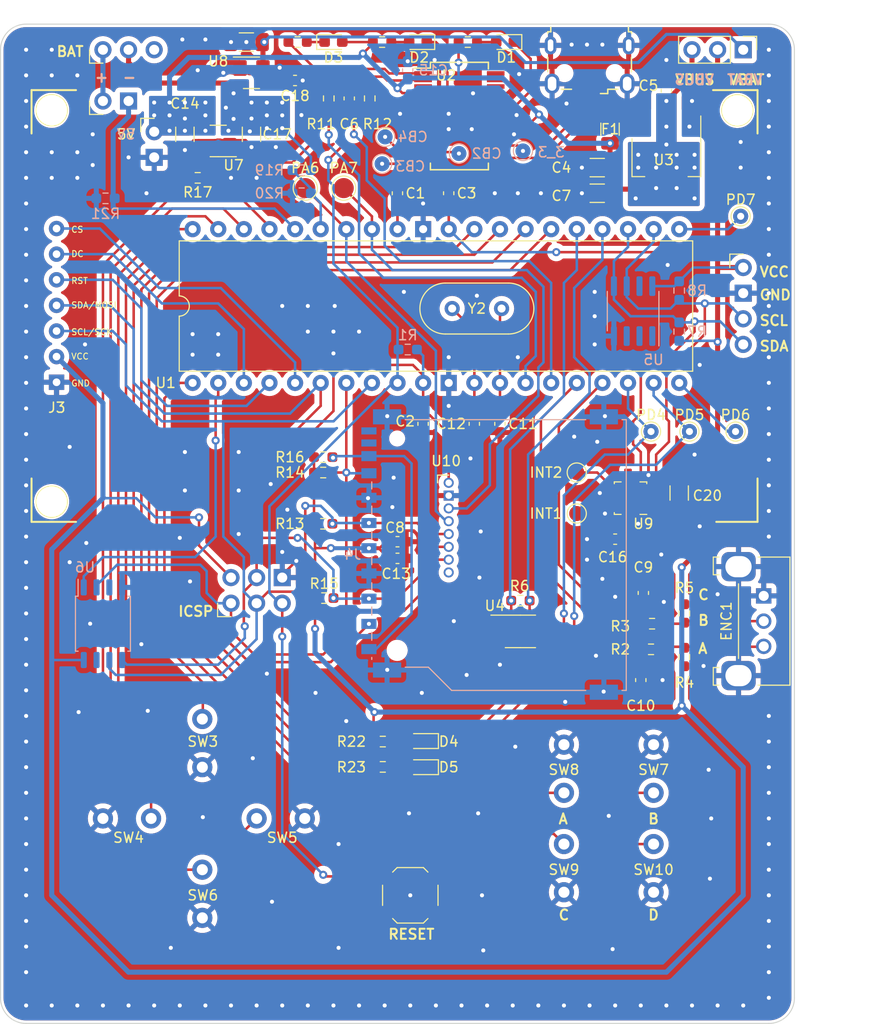
<source format=kicad_pcb>
(kicad_pcb (version 20221018) (generator pcbnew)
  (layers (0 "F.Cu" signal) (31 "B.Cu" signal) (34 "B.Paste" user) (35 "F.Paste" user) (36 "B.SilkS" user "B.Silkscreen") (37 "F.SilkS" user "F.Silkscreen") (38 "B.Mask" user) (39 "F.Mask" user) (44 "Edge.Cuts" user))
  (net 0 "")
  (net 1 "AREF")
  (net 2 "GND")
  (net 3 "+5V")
  (net 4 "ENB")
  (net 5 "ENA")
  (net 6 "Net-(J2-VBUS)")
  (net 7 "MISO")
  (net 8 "SCK")
  (net 9 "MOSI")
  (net 10 "RESET")
  (net 11 "Net-(J2-D-)")
  (net 12 "DS18B20_EN")
  (net 13 "Net-(J2-D+)")
  (net 15 "Net-(U1-PA0)")
  (net 16 "Net-(U1-PA1)")
  (net 17 "Net-(U1-PA2)")
  (net 18 "Net-(U1-PA3)")
  (net 19 "Net-(U2-DTR)")
  (net 21 "Net-(U1-XTAL2)")
  (net 23 "Net-(U1-XTAL1)")
  (net 27 "Net-(U2-CBUS2)")
  (net 28 "Net-(U2-CBUS3)")
  (net 29 "Net-(U2-CBUS4)")
  (net 30 "TX")
  (net 31 "RX")
  (net 32 "Net-(U2-3V3OUT)")
  (net 36 "Net-(D1-K)")
  (net 37 "Net-(D1-A)")
  (net 44 "SCL")
  (net 45 "SDA")
  (net 50 "OLED_CS")
  (net 51 "DC")
  (net 52 "OLED_RST")
  (net 53 "DS18B20")
  (net 54 "FLASH_CS")
  (net 57 "Net-(D2-K)")
  (net 58 "Net-(D2-A)")
  (net 59 "Net-(U2-TXD)")
  (net 60 "Net-(U2-RXD)")
  (net 61 "BAT_ADC2")
  (net 64 "Net-(J4-DAT1)")
  (net 65 "SD_CS")
  (net 66 "Net-(U1-PC4)")
  (net 67 "Net-(U1-PC5)")
  (net 68 "Net-(U1-PC6)")
  (net 69 "Net-(U1-PC7)")
  (net 70 "Net-(D4-K)")
  (net 71 "Net-(D4-A)")
  (net 74 "Net-(BT1-+)")
  (net 75 "Net-(D3-K)")
  (net 76 "Net-(U7-PROG)")
  (net 77 "Net-(U7-STAT)")
  (net 78 "Net-(D5-K)")
  (net 79 "Net-(D5-A)")
  (net 80 "Net-(U1-PD6)")
  (net 81 "Net-(U1-PD7)")
  (net 82 "3V3_MCU")
  (net 83 "3V3_VBUS")
  (net 84 "Net-(J6-Pin_2)")
  (net 85 "Net-(U8-BP)")
  (net 86 "3V3_VBAT")
  (net 88 "BAT_ADC1")
  (net 91 "Net-(U9-INT1)")
  (net 92 "Net-(U9-INT2)")
  (net 93 "PA6")
  (net 94 "PA7")
  (net 95 "Net-(ENC1-PadA)")
  (net 96 "Net-(ENC1-PadB)")
  (footprint "TestPoint:TestPoint_THTPad_D1.5mm_Drill0.7mm" (layer "F.Cu") (at 167.386 81.026)
    (fp_text reference "PD5")
    (fp_text value "TestPoint")
  )
  (footprint "TestPoint:TestPoint_THTPad_D1.5mm_Drill0.7mm" (layer "F.Cu") (at 172.466 59.69)
    (fp_text reference "PD7")
    (fp_text value "TestPoint")
  )
  (footprint "Resistor_SMD:R_0603_1608Metric_Pad0.98x0.95mm_HandSolder" (layer "F.Cu") (at 163.576 102.616)
    (fp_text reference "R2")
    (fp_text value "10K")
  )
  (footprint "Package_LGA:LGA-16_3x3mm_P0.5mm_LayoutBorder3x5y" (layer "F.Cu") (at 161.544 87.63 180)
    (fp_text reference "U9")
    (fp_text value "LIS331HH")
  )
  (footprint "footprint_cosailer:Kailh_mute" (layer "F.Cu") (at 113.9952 119.38 -90)
    (fp_text reference "SW4")
    (fp_text value "SW_Push" hide)
  )
  (footprint "footprint_cosailer:Kailh_mute" (layer "F.Cu") (at 154.94 116.84 180)
    (fp_text reference "SW8")
    (fp_text value "SW_Push")
  )
  (footprint "Capacitor_SMD:C_1206_3216Metric_Pad1.33x1.80mm_HandSolder" (layer "F.Cu") (at 117.348 51.562 -90)
    (fp_text reference "C14")
    (fp_text value "4.7uf")
  )
  (footprint "Capacitor_SMD:C_1206_3216Metric_Pad1.33x1.80mm_HandSolder" (layer "F.Cu") (at 158.242 54.864 180)
    (fp_text reference "C4")
    (fp_text value "4.7uf")
  )
  (footprint "Resistor_SMD:R_0603_1608Metric_Pad0.98x0.95mm_HandSolder" (layer "F.Cu") (at 131.064 90.17)
    (fp_text reference "R13")
    (fp_text value "10K")
  )
  (footprint "TestPoint:TestPoint_Pad_D1.5mm" (layer "F.Cu") (at 156.21 85.09)
    (fp_text reference "INT2")
    (fp_text value "TestPoint")
  )
  (footprint "Rotary_Encoder:RotaryEncoder_Bourns_Horizontal_PEC12R-2xxxF-Nxxxx" (layer "F.Cu") (at 174.752 102.322)
    (fp_text reference "ENC1")
    (fp_text value "RotaryEncoder")
  )
  (footprint "Resistor_SMD:R_0603_1608Metric_Pad0.98x0.95mm_HandSolder" (layer "F.Cu") (at 166.878 99.06 -90)
    (fp_text reference "R5")
    (fp_text value "10K")
  )
  (footprint "Capacitor_SMD:C_0603_1608Metric_Pad1.08x0.95mm_HandSolder" (layer "F.Cu") (at 138.425 57.404 90)
    (fp_text reference "C1")
    (fp_text value "100nf")
  )
  (footprint "LED_SMD:LED_0603_1608Metric_Pad1.05x0.95mm_HandSolder" (layer "F.Cu") (at 140.829 111.71 180)
    (fp_text reference "D4")
    (fp_text value "LED")
  )
  (footprint "Package_SO:MSOP-8_3x3mm_P0.65mm" (layer "F.Cu") (at 150.622 100.838)
    (fp_text reference "U4")
    (fp_text value "DS18B20U")
  )
  (footprint "Package_DIP:DIP-40_W15.24mm" (layer "F.Cu") (at 118.115 76.205 90)
    (fp_text reference "U1")
    (fp_text value "ATmega1284P-P")
  )
  (footprint "LED_SMD:LED_0603_1608Metric_Pad1.05x0.95mm_HandSolder" (layer "F.Cu") (at 132.08 42.418)
    (fp_text reference "D3")
    (fp_text value "LED")
  )
  (footprint "Connector_PinHeader_2.54mm:PinHeader_2x03_P2.54mm_Vertical" (layer "F.Cu") (at 121.92 98.044 90)
    (fp_text reference "J1" hide)
    (fp_text value "ICSP")
  )
  (footprint "Capacitor_SMD:C_0603_1608Metric_Pad1.08x0.95mm_HandSolder" (layer "F.Cu") (at 138.43 93.599)
    (fp_text reference "C13")
    (fp_text value "10uf")
  )
  (footprint "Resistor_SMD:R_0603_1608Metric_Pad0.98x0.95mm_HandSolder" (layer "F.Cu") (at 136.974 111.76 180)
    (fp_text reference "R22")
    (fp_text value "500R")
  )
  (footprint "Package_SO:SSOP-28_5.3x10.2mm_P0.65mm" (layer "F.Cu") (at 144.57 49.75)
    (fp_text reference "U2")
    (fp_text value "FT232RL")
  )
  (footprint "Resistor_SMD:R_0603_1608Metric_Pad0.98x0.95mm_HandSolder" (layer "F.Cu") (at 166.878 103.378 90)
    (fp_text reference "R4")
    (fp_text value "10K")
  )
  (footprint "Package_TO_SOT_SMD:SOT-23-5" (layer "F.Cu") (at 123.952 45.466)
    (fp_text reference "U8")
    (fp_text value "MIC5205-3.3YM5")
  )
  (footprint "Crystal:Crystal_HC18-U_Vertical" (layer "F.Cu") (at 148.754 68.834 180)
    (fp_text reference "Y2")
    (fp_text value "20Mhz")
  )
  (footprint "TestPoint:TestPoint_Pad_D2.0mm" (layer "F.Cu") (at 133.096 56.896)
    (fp_text reference "PA7")
    (fp_text value "TestPoint")
  )
  (footprint "Capacitor_SMD:C_0603_1608Metric_Pad1.08x0.95mm_HandSolder" (layer "F.Cu") (at 140.97 80.264 -90)
    (fp_text reference "C2")
    (fp_text value "100nf")
  )
  (footprint "Capacitor_SMD:C_1206_3216Metric_Pad1.33x1.80mm_HandSolder" (layer "F.Cu") (at 166.37 87.122 90)
    (fp_text reference "C20")
    (fp_text value "10uf")
  )
  (footprint "Resistor_SMD:R_0603_1608Metric_Pad0.98x0.95mm_HandSolder" (layer "F.Cu") (at 131.1675 97.536)
    (fp_text reference "R15")
    (fp_text value "10K")
  )
  (footprint "TestPoint:TestPoint_Pad_D2.0mm" (layer "F.Cu") (at 129.286 56.896)
    (fp_text reference "PA6")
    (fp_text value "TestPoint")
  )
  (footprint "Capacitor_SMD:C_0603_1608Metric_Pad1.08x0.95mm_HandSolder" (layer "F.Cu") (at 165.1 47.244 90)
    (fp_text reference "C5")
    (fp_text value "1uf")
  )
  (footprint "Connector_PinHeader_2.54mm:PinHeader_1x03_P2.54mm_Vertical" (layer "F.Cu") (at 109.22 43.18 90)
    (fp_text reference "J6" hide)
    (fp_text value "BAT_SW")
  )
  (footprint "Resistor_SMD:R_0603_1608Metric_Pad0.98x0.95mm_HandSolder" (layer "F.Cu") (at 118.618 55.88 180)
    (fp_text reference "R17")
    (fp_text value "5K")
  )
  (footprint "Capacitor_SMD:C_0603_1608Metric_Pad1.08x0.95mm_HandSolder" (layer "F.Cu") (at 160.02 91.694 180)
    (fp_text reference "C16")
    (fp_text value "100nf")
  )
  (footprint "LED_SMD:LED_0603_1608Metric_Pad1.05x0.95mm_HandSolder" (layer "F.Cu") (at 149.098 42.418 180)
    (fp_text reference "D1")
    (fp_text value "LED")
  )
  (footprint "footprint_cosailer:Kailh_mute" (layer "F.Cu") (at 163.83 116.84 180)
    (fp_text reference "SW7")
    (fp_text value "SW_Push")
  )
  (footprint "TestPoint:TestPoint_THTPad_D1.5mm_Drill0.7mm" (layer "F.Cu") (at 171.958 81.026)
    (fp_text reference "PD6")
    (fp_text value "TestPoint")
  )
  (footprint "Resistor_SMD:R_0603_1608Metric_Pad0.98x0.95mm_HandSolder" (layer "F.Cu") (at 135.68 48.006 -90)
    (fp_text reference "R12")
    (fp_text value "500R")
  )
  (footprint "Button_Switch_SMD:SW_Push_1P1T_XKB_TS-1187A" (layer "F.Cu") (at 139.7 127 180)
    (fp_text reference "RST1" hide)
    (fp_text value "SW_Push")
  )
  (footprint "footprint_cosailer:Kailh_mute" (layer "F.Cu") (at 124.46 119.38 90)
    (fp_text reference "SW5")
    (fp_text value "SW_Push" hide)
  )
  (footprint "Connector_PinHeader_2.54mm:PinHeader_1x04_P2.54mm_Vertical" (layer "F.Cu") (at 172.72 64.77)
    (fp_text reference "J7" hide)
    (fp_text value "I2C")
  )
  (footprint "Connector_PinHeader_1.27mm:PinHeader_1x08_P1.27mm_Vertical" (layer "F.Cu") (at 143.51 86.106)
    (fp_text reference "U10")
    (fp_text value "NRF24L01_SMD")
  )
  (footprint "Capacitor_SMD:C_0603_1608Metric_Pad1.08x0.95mm_HandSolder" (layer "F.Cu") (at 133.648 48.006 -90)
    (fp_text reference "C6")
    (fp_text value "100nf")
  )
  (footprint "Capacitor_SMD:C_1206_3216Metric_Pad1.33x1.80mm_HandSolder" (layer "F.Cu") (at 123.444 42.418 180)
    (fp_text reference "C19" hide)
    (fp_text value "2.2uf")
  )
  (footprint "Resistor_SMD:R_0603_1608Metric_Pad0.98x0.95mm_HandSolder" (layer "F.Cu") (at 128.524 42.418)
    (fp_text reference "R18" hide)
    (fp_text value "470")
  )
  (footprint "footprint_cosailer:Kailh_mute" (layer "F.Cu") (at 154.94 121.92)
    (fp_text reference "SW9")
    (fp_text value "SW_Push")
  )
  (footprint "Capacitor_SMD:C_1206_3216Metric_Pad1.33x1.80mm_HandSolder" (layer "F.Cu") (at 123.952 51.562 -90)
    (fp_text reference "C17")
    (fp_text value "4.7uf")
  )
  (footprint "Fuse:Fuse_1206_3216Metric" (layer "F.Cu") (at 159.512 51.054 -90)
    (fp_text reference "F1")
    (fp_text value "Polyfuse")
  )
  (footprint "TestPoint:TestPoint_Pad_D1.5mm" (layer "F.Cu") (at 156.21 89.154)
    (fp_text reference "INT1")
    (fp_text value "TestPoint")
  )
  (footprint "Resistor_SMD:R_0603_1608Metric_Pad0.98x0.95mm_HandSolder" (layer "F.Cu") (at 145.401 42.418 180)
    (fp_text reference "R9" hide)
    (fp_text value "500R")
  )
  (footprint "TestPoint:TestPoint_THTPad_D1.5mm_Drill0.7mm" (layer "F.Cu") (at 163.576 81.026)
    (fp_text reference "PD4")
    (fp_text value "TestPoint")
  )
  (footprint "Resistor_SMD:R_0603_1608Metric_Pad0.98x0.95mm_HandSolder" (layer "F.Cu") (at 131.064 83.566)
    (fp_text reference "R16")
    (fp_text value "10K")
  )
  (footprint "Package_TO_SOT_SMD:SOT-223-3_TabPin2" (layer "F.Cu") (at 165.1 53.848 -90)
    (fp_text reference "U3")
    (fp_text value "AMS1117-3.3")
  )
  (footprint "Resistor_SMD:R_0603_1608Metric_Pad0.98x0.95mm_HandSolder" (layer "F.Cu") (at 131.616 48.006 -90)
    (fp_text reference "R11")
    (fp_text value "500R")
  )
  (footprint "footprint_cosailer:Kailh_mute" (layer "F.Cu") (at 163.83 121.92)
    (fp_text reference "SW10")
    (fp_text value "SW_Push")
  )
  (footprint "Capacitor_SMD:C_0603_1608Metric_Pad1.08x0.95mm_HandSolder" (layer "F.Cu") (at 138.43 91.948)
    (fp_text reference "C8")
    (fp_text value "100nf")
  )
  (footprint "LED_SMD:LED_0603_1608Metric_Pad1.05x0.95mm_HandSolder" (layer "F.Cu") (at 140.829 114.3 180)
    (fp_text reference "D5")
    (fp_text value "LED")
  )
  (footprint "Capacitor_SMD:C_0603_1608Metric_Pad1.08x0.95mm_HandSolder" (layer "F.Cu") (at 148.59 80.264 -90)
    (fp_text reference "C11")
    (fp_text value "22pf")
  )
  (footprint "footprint_cosailer:Kailh_mute" (layer "F.Cu") (at 119.0752 109.5248)
    (fp_text reference "SW3")
    (fp_text value "SW_Push" hide)
  )
  (footprint "Capacitor_SMD:C_1206_3216Metric_Pad1.33x1.80mm_HandSolder" (layer "F.Cu") (at 158.242 57.404 180)
    (fp_text reference "C7")
    (fp_text value "4.7uf")
  )
  (footprint "Capacitor_SMD:C_0603_1608Metric_Pad1.08x0.95mm_HandSolder" (layer "F.Cu") (at 162.814 97.028 90)
    (fp_text reference "C9")
    (fp_text value "100nf")
  )
  (footprint "Resistor_SMD:R_0603_1608Metric_Pad0.98x0.95mm_HandSolder" (layer "F.Cu") (at 150.622 97.79 180)
    (fp_text reference "R6")
    (fp_text value "2K")
  )
  (footprint "Resistor_SMD:R_0603_1608Metric_Pad0.98x0.95mm_HandSolder" (layer "F.Cu") (at 163.6795 100.076)
    (fp_text reference "R3")
    (fp_text value "10K")
  )
  (footprint "Capacitor_SMD:C_0603_1608Metric_Pad1.08x0.95mm_HandSolder" (layer "F.Cu") (at 128.27 46.228)
    (fp_text reference "C18")
    (fp_text value "470pf")
  )
  (footprint "Package_TO_SOT_SMD:SOT-23-5" (layer "F.Cu") (at 120.65 52.2235 180)
    (fp_text reference "U7")
    (fp_text value "MCP73831-2-OT")
  )
  (footprint "LED_SMD:LED_0603_1608Metric_Pad1.05x0.95mm_HandSolder" (layer "F.Cu") (at 140.462 42.418 180)
    (fp_text reference "D2")
    (fp_text value "LED")
  )
  (footprint "Connector_PinHeader_2.54mm:PinHeader_1x02_P2.54mm_Vertical" (layer "F.Cu") (at 114.3 51.308)
    (fp_text reference "EXT1" hide)
    (fp_text value "Battery_Cell")
  )
  (footprint "Connector_USB:USB_Micro-B_Wuerth_629105150521" (layer "F.Cu") (at 157.485 44.697 180)
    (fp_text reference "J2" hide)
    (fp_text value "USB")
  )
  (footprint "Resistor_SMD:R_0603_1608Metric_Pad0.98x0.95mm_HandSolder" (layer "F.Cu") (at 136.906 42.418 180)
    (fp_text reference "R10" hide)
    (fp_text value "500R")
  )
  (footprint "Capacitor_SMD:C_0603_1608Metric_Pad1.08x0.95mm_HandSolder" (layer "F.Cu") (at 143.51 57.404 90)
    (fp_text reference "C3")
    (fp_text value "100nf")
  )
  (footprint "Connector_PinHeader_2.54mm:PinHeader_1x03_P2.54mm_Vertical" (layer "F.Cu") (at 172.72 43.18 -90)
    (fp_text reference "J5" hide)
    (fp_text value "PWR_SW")
  )
  (footprint "Connector_PinHeader_2.54mm:PinHeader_1x02_P2.54mm_Vertical" (layer "F.Cu") (at 109.22 48.26 90)
    (fp_text reference "BT1" hide)
    (fp_text value "Battery_Cell")
  )
  (footprint "Capacitor_SMD:C_0603_1608Metric_Pad1.08x0.95mm_HandSolder" (layer "F.Cu") (at 146.05 80.264 -90)
    (fp_text reference "C12")
    (fp_text value "22pf")
  )
  (footprint "Resistor_SMD:R_0603_1608Metric_Pad0.98x0.95mm_HandSolder" (layer "F.Cu") (at 131.064 85.09)
    (fp_text reference "R14")
    (fp_text value "10K")
  )
  (footprint "Resistor_SMD:R_0603_1608Metric_Pad0.98x0.95mm_HandSolder" (layer "F.Cu") (at 136.974 114.27 180)
    (fp_text reference "R23")
    (fp_text value "500R")
  )
  (footprint "Capacitor_SMD:C_0603_1608Metric_Pad1.08x0.95mm_HandSolder" (layer "F.Cu") (at 162.56 105.664 -90)
    (fp_text reference "C10")
    (fp_text value "100nf")
  )
  (footprint "footprint_cosailer:Kailh_mute" (layer "F.Cu") (at 119.0752 124.46)
    (fp_text reference "SW6")
    (fp_text value "SW_Push" hide)
  )
  (footprint "footprint_cosailer:DIYMORE.CC" (layer "F.Cu") (at 101.46792 89.579145)
    (fp_text reference "J3")
    (fp_text value "2.4\" OLED" hide)
  )
  (footprint "TestPoint:TestPoint_Pad_D1.5mm" (layer "B.Cu") (at 144.526 53.467 180)
    (fp_text reference "CB2")
    (fp_text value "TestPoint")
  )
  (footprint "Capacitor_SMD:C_0603_1608Metric_Pad1.08x0.95mm_HandSolder" (layer "B.Cu") (at 139.446 45.212 90)
    (fp_text reference "C15")
    (fp_text value "100nf")
  )
  (footprint "TestPoint:TestPoint_Pad_D1.5mm" (layer "B.Cu") (at 150.876 53.213 180)
    (fp_text reference "3_3")
    (fp_text value "TestPoint")
  )
  (footprint "Resistor_SMD:R_0603_1608Metric_Pad0.98x0.95mm_HandSolder" (layer "B.Cu") (at 139.446 72.898 180)
    (fp_text reference "R1")
    (fp_text value "100K")
  )
  (footprint "Resistor_SMD:R_0603_1608Metric_Pad0.98x0.95mm_HandSolder" (layer "B.Cu") (at 166.37 71.12 90)
    (fp_text reference "R7")
    (fp_text value "10K")
  )
  (footprint "Connector_Card2:SD_TE_2041021" (layer "B.Cu") (at 147.574 93.218 -90)
    (fp_text reference "J4")
    (fp_text value "SD_Card")
  )
  (footprint "Resistor_SMD:R_0603_1608Metric_Pad0.98x0.95mm_HandSolder" (layer "B.Cu") (at 166.37 67.056 -90)
    (fp_text reference "R8")
    (fp_text value "10K")
  )
  (footprint "Resistor_SMD:R_0603_1608Metric_Pad0.98x0.95mm_HandSolder" (layer "B.Cu") (at 128.9285 57.404 180)
    (fp_text reference "R20")
    (fp_text value "100K")
  )
  (footprint "TestPoint:TestPoint_Pad_D1.5mm" (layer "B.Cu") (at 137.204 51.816 180)
    (fp_text reference "CB4")
    (fp_text value "TestPoint")
  )
  (footprint "Resistor_SMD:R_0603_1608Metric_Pad0.98x0.95mm_HandSolder" (layer "B.Cu") (at 109.474 57.912 180)
    (fp_text reference "R21")
    (fp_text value "1")
  )
  (footprint "Resistor_SMD:R_0603_1608Metric_Pad0.98x0.95mm_HandSolder" (layer "B.Cu") (at 128.9285 55.118 180)
    (fp_text reference "R19")
    (fp_text value "100K")
  )
  (footprint "TestPoint:TestPoint_Pad_D1.5mm" (layer "B.Cu") (at 136.906 54.483 180)
    (fp_text reference "CB3")
    (fp_text value "TestPoint")
  )
  (footprint "Package_SO:SOIC-8_3.9x4.9mm_P1.27mm" (layer "B.Cu") (at 161.798 69.088 90)
    (fp_text reference "U5")
    (fp_text value "M24C02-FMN")
  )
  (footprint "Package_SO:SOIC-8_5.23x5.23mm_P1.27mm" (layer "B.Cu") (at 109.22 100.076 -90)
    (fp_text reference "U6")
    (fp_text value "AT25xxx")
  )
  (gr_line (start 177.8 137.16) (end 177.8 43.18) (stroke (width 0.1)) (layer "Edge.Cuts"))
  (gr_line (start 101.6 139.7) (end 175.26 139.7) (stroke (width 0.1)) (layer "Edge.Cuts"))
  (gr_arc (start 177.8 137.16) (mid 177.056051 138.956051) (end 175.26 139.7) (stroke (width 0.1)) (layer "Edge.Cuts"))
  (gr_line (start 99.06 43.18) (end 99.06 137.16) (stroke (width 0.1)) (layer "Edge.Cuts"))
  (gr_line (start 175.26 40.64) (end 101.6 40.64) (stroke (width 0.1)) (layer "Edge.Cuts"))
  (gr_arc (start 101.6 139.7) (mid 99.803949 138.956051) (end 99.06 137.16) (stroke (width 0.1)) (layer "Edge.Cuts"))
  (gr_arc (start 175.26 40.64) (mid 177.056051 41.383949) (end 177.8 43.18) (stroke (width 0.1)) (layer "Edge.Cuts"))
  (gr_arc (start 99.06 43.18) (mid 99.803949 41.383949) (end 101.6 40.64) (stroke (width 0.1)) (layer "Edge.Cuts"))
  (gr_text "+  -" (at 108.331 45.466 180) (layer "B.SilkS") (effects (font (size 1 1) (thickness 0.2) bold) (justify left bottom mirror)))
  (gr_text "5V" (at 111.506 51.562) (layer "B.SilkS") (effects (font (size 1 1)) (justify mirror)))
  (gr_text "VBUS" (at 169.926 46.736) (layer "B.SilkS") (effects (font (size 1 1) (thickness 0.2) bold) (justify left bottom mirror)))
  (gr_text "VBAT" (at 174.752 46.736) (layer "B.SilkS") (effects (font (size 1 1) (thickness 0.2) bold) (justify left bottom mirror)))
  (gr_text "C" (at 154.305 129.54) (layer "F.SilkS") (effects (font (size 1 1) (thickness 0.2) bold) (justify left bottom)))
  (gr_text "D" (at 163.195 129.54) (layer "F.SilkS") (effects (font (size 1 1) (thickness 0.2) bold) (justify left bottom)))
  (gr_text "SDA" (at 174.244 73.152) (layer "F.SilkS") (effects (font (size 1 1) (thickness 0.2) bold) (justify left bottom)))
  (gr_text "RESET" (at 137.414 131.445) (layer "F.SilkS") (effects (font (size 1 1) (thickness 0.2) bold) (justify left bottom)))
  (gr_text "+  -" (at 108.331 46.482) (layer "F.SilkS") (effects (font (size 1 1) (thickness 0.2) bold) (justify left bottom)))
  (gr_text "SCL" (at 174.244 70.612) (layer "F.SilkS") (effects (font (size 1 1) (thickness 0.2) bold) (justify left bottom)))
  (gr_text "GND" (at 174.244 68.072) (layer "F.SilkS") (effects (font (size 1 1) (thickness 0.2) bold) (justify left bottom)))
  (gr_text "ICSP" (at 116.586 99.441) (layer "F.SilkS") (effects (font (size 1 1) (thickness 0.2) bold) (justify left bottom)))
  (gr_text "VBUS" (at 165.862 46.736) (layer "F.SilkS") (effects (font (size 1 1) (thickness 0.2) bold) (justify left bottom)))
  (gr_text "VCC" (at 174.244 65.786) (layer "F.SilkS") (effects (font (size 1 1) (thickness 0.2) bold) (justify left bottom)))
  (gr_text "B" (at 168.148 100.33) (layer "F.SilkS") (effects (font (size 1 1) (thickness 0.2) bold) (justify left bottom)))
  (gr_text "C" (at 168.148 97.79) (layer "F.SilkS") (effects (font (size 1 1) (thickness 0.2) bold) (justify left bottom)))
  (gr_text "5V" (at 111.506 51.562) (layer "F.SilkS") (effects (font (size 1 1))))
  (gr_text "B" (at 163.195 120.015) (layer "F.SilkS") (effects (font (size 1 1) (thickness 0.2) bold) (justify left bottom)))
  (gr_text "BAT" (at 104.521 43.942) (layer "F.SilkS") (effects (font (size 1 1) (thickness 0.2) bold) (justify left bottom)))
  (gr_text "VBAT" (at 171.196 46.736) (layer "F.SilkS") (effects (font (size 1 1) (thickness 0.2) bold) (justify left bottom)))
  (gr_text "A" (at 154.305 120.015) (layer "F.SilkS") (effects (font (size 1 1) (thickness 0.2) bold) (justify left bottom)))
  (gr_text "A" (at 168.148 103.124) (layer "F.SilkS") (effects (font (size 1 1) (thickness 0.2) bold) (justify left bottom)))
  (segment (start 138.425 58.2665) (end 138.43 58.2715) (width 0.25) (layer "F.Cu") (net 1))
  (segment (start 138.43 58.2715) (end 138.43 60.965) (width 0.25) (layer "F.Cu") (net 1))
  (segment (start 146.775 50.075) (end 145.796 51.054) (width 0.25) (layer "F.Cu") (net 2))
  (segment (start 149.295 47.475) (end 148.17 47.475) (width 0.25) (layer "F.Cu") (net 2))
  (segment (start 162.044 88.855) (end 162.044 89.908) (width 0.25) (layer "F.Cu") (net 2))
  (segment (start 162.044 89.908) (end 162.306 90.17) (width 0.25) (layer "F.Cu") (net 2))
  (segment (start 121.7875 52.2235) (end 123.3435 52.2235) (width 0.4) (layer "F.Cu") (net 2))
  (segment (start 156.185 47.523) (end 155.194 48.514) (width 0.25) (layer "F.Cu") (net 2))
  (segment (start 149.987 51.562) (end 149.479 52.07) (width 0.25) (layer "F.Cu") (net 2))
  (segment (start 127 95.25) (end 127 95.504) (width 0.25) (layer "F.Cu") (net 2))
  (segment (start 148.5095 101.813) (end 146.009 101.813) (width 0.25) (layer "F.Cu") (net 2))
  (segment (start 126.238 45.466) (end 121.158 45.466) (width 0.25) (layer "F.Cu") (net 2))
  (segment (start 150.495 45.593) (end 150.495 46.275) (width 0.25) (layer "F.Cu") (net 2))
  (segment (start 162.769 86.63) (end 163.322 86.077) (width 0.25) (layer "F.Cu") (net 2))
  (segment (start 148.17 47.475) (end 145.946 47.475) (width 0.25) (layer "F.Cu") (net 2))
  (segment (start 142.643 49.425) (end 138.789 49.425) (width 0.25) (layer "F.Cu") (net 2))
  (segment (start 123.3435 52.2235) (end 123.952 52.832) (width 0.4) (layer "F.Cu") (net 2))
  (segment (start 143.515 73.665) (end 143.51 73.66) (width 0.25) (layer "F.Cu") (net 2))
  (segment (start 159.512 89.662) (end 159.008299 89.158299) (width 0.25) (layer "F.Cu") (net 2))
  (segment (start 150.368 102.362) (end 148.59 104.14) (width 0.25) (layer "F.Cu") (net 2))
  (segment (start 163.322 86.077) (end 163.322 85.344) (width 0.25) (layer "F.Cu") (net 2))
  (segment (start 117.348 55.5225) (end 117.7055 55.88) (width 0.25) (layer "F.Cu") (net 2))
  (segment (start 160.319 89.363) (end 160.02 89.662) (width 0.25) (layer "F.Cu") (net 2))
  (segment (start 143.891 51.435) (end 143.51 51.054) (width 0.25) (layer "F.Cu") (net 2))
  (segment (start 160.319 88.13) (end 160.036598 88.13) (width 0.25) (layer "F.Cu") (net 2))
  (segment (start 150.241 49.657) (end 149.823 50.075) (width 0.25) (layer "F.Cu") (net 2))
  (segment (start 118.249 52.2235) (end 121.7875 52.2235) (width 0.4) (layer "F.Cu") (net 2))
  (segment (start 140.975 58.425) (end 140.97 58.42) (width 0.25) (layer "F.Cu") (net 2))
  (segment (start 143.51 50.292) (end 142.643 49.425) (width 0.25) (layer "F.Cu") (net 2))
  (segment (start 148.5095 101.813) (end 150.327 101.813) (width 0.25) (layer "F.Cu") (net 2))
  (segment (start 145.161 51.435) (end 143.891 51.435) (width 0.25) (layer "F.Cu") (net 2))
  (segment (start 150.327 101.813) (end 150.368 101.854) (width 0.25) (layer "F.Cu") (net 2))
  (segment (start 160.319 88.63) (end 160.319 89.363) (width 0.25) (layer "F.Cu") (net 2))
  (segment (start 160.036598 88.13) (end 159.008299 89.158299) (width 0.25) (layer "F.Cu") (net 2))
  (segment (start 148.17 50.075) (end 146.775 50.075) (width 0.25) (layer "F.Cu") (net 2))
  (segment (start 145.946 47.475) (end 145.923 47.498) (width 0.25) (layer "F.Cu") (net 2))
  (segment (start 140.975 60.965) (end 140.975 58.425) (width 0.25) (layer "F.Cu") (net 2))
  (segment (start 126.746 44.958) (end 126.238 45.466) (width 0.25) (layer "F.Cu") (net 2))
  (segment (start 149.823 50.075) (end 148.17 50.075) (width 0.25) (layer "F.Cu") (net 2))
  (segment (start 158.504 87.13) (end 160.319 87.13) (width 0.25) (layer "F.Cu") (net 2))
  (segment (start 150.368 101.854) (end 150.368 102.362) (width 0.25) (layer "F.Cu") (net 2))
  (segment (start 128.397 93.853) (end 127 95.25) (width 0.25) (layer "F.Cu") (net 2))
  (segment (start 143.51 51.054) (end 143.51 50.292) (width 0.25) (layer "F.Cu") (net 2))
  (segment (start 145.796 52.07) (end 145.161 51.435) (width 0.25) (layer "F.Cu") (net 2))
  (segment (start 156.185 46.597) (end 156.185 47.523) (width 0.25) (layer "F.Cu") (net 2))
  (segment (start 150.495 46.275) (end 149.295 47.475) (width 0.25) (layer "F.Cu") (net 2))
  (segment (start 138.789 49.425) (end 138.684 49.53) (width 0.25) (layer "F.Cu") (net 2))
  (segment (start 117.348 53.1245) (end 118.249 52.2235) (width 0.4) (layer "F.Cu") (net 2))
  (segment (start 149.479 52.07) (end 145.796 52.07) (width 0.25) (layer "F.Cu") (net 2))
  (segment (start 160.02 89.662) (end 159.512 89.662) (width 0.25) (layer "F.Cu") (net 2))
  (segment (start 160.319 88.13) (end 160.319 88.63) (width 0.25) (layer "F.Cu") (net 2))
  (segment (start 158.496 87.122) (end 158.504 87.13) (width 0.25) (layer "F.Cu") (net 2))
  (segment (start 146.009 101.813) (end 144.018 99.822) (width 0.25) (layer "F.Cu") (net 2))
  (segment (start 175.26 67.31) (end 172.72 67.31) (width 0.25) (layer "F.Cu") (net 2))
  (segment (start 117.348 53.1245) (end 117.348 55.5225) (width 0.25) (layer "F.Cu") (net 2))
  (segment (start 143.515 76.205) (end 143.515 73.665) (width 0.25) (layer "F.Cu") (net 2))
  (via (at 175.26 111.76) (size 0.8) (drill 0.4) (layers "F.Cu" "B.Cu") (net 2))
  (via (at 156.718 54.864) (size 0.8) (drill 0.4) (layers "F.Cu" "B.Cu") (net 2))
  (via (at 127 92.964) (size 0.8) (drill 0.4) (layers "F.Cu" "B.Cu") (net 2))
  (via (at 175.26 45.72) (size 0.8) (drill 0.4) (layers "F.Cu" "B.Cu") (net 2))
  (via (at 175.26 127) (size 0.8) (drill 0.4) (layers "F.Cu" "B.Cu") (net 2))
  (via (at 104.14 137.922) (size 0.8) (drill 0.4) (layers "F.Cu" "B.Cu") (net 2))
  (via (at 175.26 81.28) (size 0.8) (drill 0.4) (layers "F.Cu" "B.Cu") (net 2))
  (via (at 142.24 137.922) (size 0.8) (drill 0.4) (layers "F.Cu" "B.Cu") (net 2))
  (via (at 145.923 47.498) (size 0.8) (drill 0.4) (layers "F.Cu" "B.Cu") (net 2))
  (via (at 101.6 63.5) (size 0.8) (drill 0.4) (layers "F.Cu" "B.Cu") (net 2))
  (via (at 126.365 52.832) (size 0.8) (drill 0.4) (layers "F.Cu" "B.Cu") (net 2))
  (via (at 164.592 93.218) (size 0.8) (drill 0.4) (layers "F.Cu" "B.Cu") (net 2))
  (via (at 172.466 52.324) (size 0.8) (drill 0.4) (layers "F.Cu" "B.Cu") (net 2))
  (via (at 175.26 119.38) (size 0.8) (drill 0.4) (layers "F.Cu" "B.Cu") (net 2))
  (via (at 145.796 51.054) (size 0.8) (drill 0.4) (layers "F.Cu" "B.Cu") (net 2))
  (via (at 175.26 60.96) (size 0.8) (drill 0.4) (layers "F.Cu" "B.Cu") (net 2))
  (via (at 115.951 132.207) (size 0.8) (drill 0.4) (layers "F.Cu" "B.Cu") (net 2))
  (via (at 113.538 57.404) (size 0.8) (drill 0.4) (layers "F.Cu" "B.Cu") (net 2))
  (via (at 127.508 88.773) (size 0.8) (drill 0.4) (layers "F.Cu" "B.Cu") (net 2))
  (via (at 158.115 103.251) (size 0.8) (drill 0.4) (layers "F.Cu" "B.Cu") (net 2))
  (via (at 175.26 48.26) (size 0.8) (drill 0.4) (layers "F.Cu" "B.Cu") (net 2))
  (via (at 160.02 137.922) (size 0.8) (drill 0.4) (layers "F.Cu" "B.Cu") (net 2))
  (via (at 120.65 73.406) (size 0.8) (drill 0.4) (layers "F.Cu" "B.Cu") (net 2))
  (via (at 159.385 119.126) (size 0.8) (drill 0.4) (layers "F.Cu" "B.Cu") (net 2))
  (via (at 140.843 106.934) (size 0.8) (drill 0.4) (layers "F.Cu" "B.Cu") (net 2))
  (via (at 132.207 68.58) (size 0.8) (drill 0.4) (layers "F.Cu" "B.Cu") (net 2))
  (via (at 168.402 74.422) (size 0.8) (drill 0.4) (layers "F.Cu" "B.Cu") (net 2))
  (via (at 150.368 73.66) (size 0.8) (drill 0.4) (layers "F.Cu" "B.Cu") (net 2))
  (via (at 121.92 55.88) (size 0.8) (drill 0.4) (layers "F.Cu" "B.Cu") (net 2))
  (via (at 105.918 93.98) (size 0.8) (drill 0.4) (layers "F.Cu" "B.Cu") (net 2))
  (via (at 122.682 86.868) (size 0.8) (drill 0.4) (layers "F.Cu" "B.Cu") (net 2))
  (via (at 101.6 129.54) (size 0.8) (drill 0.4) (layers "F.Cu" "B.Cu") (net 2))
  (via (at 155.702 42.672) (size 0.8) (drill 0.4) (layers "F.Cu" "B.Cu") (net 2))
  (via (at 106.68 137.922) (size 0.8) (drill 0.4) (layers "F.Cu" "B.Cu") (net 2))
  (via (at 157.48 137.922) (size 0.8) (drill 0.4) (layers "F.Cu" "B.Cu") (net 2))
  (via (at 143.51 49.53) (size 0.8) (drill 0.4) (layers "F.Cu" "B.Cu") (net 2))
  (via (at 101.6 119.38) (size 0.8) (drill 0.4) (layers "F.Cu" "B.Cu") (net 2))
  (via (at 159.004 79.502) (size 0.8) (drill 0.4) (layers "F.Cu" "B.Cu") (net 2))
  (via (at 144.78 137.922) (size 0.8) (drill 0.4) (layers "F.Cu" "B.Cu") (net 2))
  (via (at 154.94 137.922) (size 0.8) (drill 0.4) (layers "F.Cu" "B.Cu") (net 2))
  (via (at 101.6 43.18) (size 0.8) (drill 0.4) (layers "F.Cu" "B.Cu") (net 2))
  (via (at 135.509 87.63) (size 0.8) (drill 0.4) (layers "F.Cu" "B.Cu") (net 2))
  (via (at 107.442 72.39) (size 0.8) (drill 0.4) (layers "F.Cu" "B.Cu") (net 2))
  (via (at 120.65 71.374) (size 0.8) (drill 0.4) (layers "F.Cu" "B.Cu") (net 2))
  (via (at 101.6 127) (size 0.8) (drill 0.4) (layers "F.Cu" "B.Cu") (net 2))
  (via (at 175.26 132.08) (size 0.8) (drill 0.4) (layers "F.Cu" "B.Cu") (net 2))
  (via (at 155.956 81.534) (size 0.8) (drill 0.4) (layers "F.Cu" "B.Cu") (net 2))
  (via (at 140.97 58.42) (size 0.8) (drill 0.4) (layers "F.Cu" "B.Cu") (net 2))
  (via (at 146.558 95.504) (size 0.8) (drill 0.4) (layers "F.Cu" "B.Cu") (net 2))
  (via (at 146.685 90.932) (size 0.8) (drill 0.4) (layers "F.Cu" "B.Cu") (net 2))
  (via (at 101.6 68.58) (size 0.8) (drill 0.4) (layers "F.Cu" "B.Cu") (net 2))
  (via (at 175.26 124.46) (size 0.8) (drill 0.4) (layers "F.Cu" "B.Cu") (net 2))
  (via (at 101.6 45.72) (size 0.8) (drill 0.4) (layers "F.Cu" "B.Cu") (net 2))
  (via (at 123.952 52.832) (size 0.8) (drill 0.4) (layers "F.Cu" "B.Cu") (net 2))
  (via (at 101.6 134.62) (size 0.8) (drill 0.4) (layers "F.Cu" "B.Cu") (net 2))
  (via (at 124.079 113.411) (size 0.8) (drill 0.4) (layers "F.Cu" "B.Cu") (net 2))
  (via (at 101.6 66.04) (size 0.8) (drill 0.4) (layers "F.Cu" "B.Cu") (net 2))
  (via (at 158.242 82.042) (size 0.8) (drill 0.4) (layers "F.Cu" "B.Cu") (net 2))
  (via (at 158.75 42.672) (size 0.8) (drill 0.4) (layers "F.Cu" "B.Cu") (net 2))
  (via (at 133.35 109.728) (size 0.8) (drill 0.4) (layers "F.Cu" "B.Cu") (net 2))
  (via (at 167.64 48.26) (size 0.8) (drill 0.4) (layers "F.Cu" "B.Cu") (net 2))
  (via (at 156.718 57.404) (size 0.8) (drill 0.4) (layers "F.Cu" "B.Cu") (net 2))
  (via (at 104.14 55.88) (size 0.8) (drill 0.4) (layers "F.Cu" "B.Cu") (net 2))
  (via (at 170.18 137.922) (size 0.8) (drill 0.4) (layers "F.Cu" "B.Cu") (net 2))
  (via (at 101.6 137.922) (size 0.8) (drill 0.4) (layers "F.Cu" "B.Cu") (net 2))
  (via (at 168.783 104.267) (size 0.8) (drill 0.4) (layers "F.Cu" "B.Cu") (net 2))
  (via (at 175.26 63.5) (size 0.8) (drill 0.4) (layers "F.Cu" "B.Cu") (net 2))
  (via (at 119.38 137.922) (size 0.8) (drill 0.4) (layers "F.Cu" "B.Cu") (net 2))
  (via (at 101.6 106.68) (size 0.8) (drill 0.4) (layers "F.Cu" "B.Cu") (net 2))
  (via (at 101.6 50.8) (size 0.8) (drill 0.4) (layers "F.Cu" "B.Cu") (net 2))
  (via (at 150.241 49.657) (size 0.8) (drill 0.4) (layers "F.Cu" "B.Cu") (net 2))
  (via (at 139.7 127) (size 0.8) (drill 0.4) (layers "F.Cu" "B.Cu") (net 2))
  (via (at 143.51 78.486) (size 0.8) (drill 0.4) (layers "F.Cu" "B.Cu") (net 2))
  (via (at 101.6 121.92) (size 0.8) (drill 0.4) (layers "F.Cu" "B.Cu") (net 2))
  (via (at 117.094 42.164) (size 0.8) (drill 0.4) (layers "F.Cu" "B.Cu") (net 2))
  (via (at 145.288 105.156) (size 0.8) (drill 0.4) (layers "F.Cu" "B.Cu") (net 2))
  (via (at 165.227 64.516) (size 0.8) (drill 0.4) (layers "F.Cu" "B.Cu") (net 2))
  (via (at 101.6 53.34) (size 0.8) (drill 0.4) (layers "F.Cu" "B.Cu") (net 2))
  (via (at 146.304 67.564) (size 0.8) (drill 0.4) (layers "F.Cu" "B.Cu") (net 2))
  (via (at 150.495 45.593) (size 0.8) (drill 0.4) (layers "F.Cu" "B.Cu") (net 2))
  (via (at 175.26 53.34) (size 0.8) (drill 0.4) (layers "F.Cu" "B.Cu") (net 2))
  (via (at 101.6 48.26) (size 0.8) (drill 0.4) (layers "F.Cu" "B.Cu") (net 2))
  (via (at 175.26 67.31) (size 0.8) (drill 0.4) (layers "F.Cu" "B.Cu") (net 2))
  (via (at 139.065 67.183) (size 0.8) (drill 0.4) (layers "F.Cu" "B.Cu") (net 2))
  (via (at 172.72 137.922) (size 0.8) (drill 0.4) (layers "F.Cu" "B.Cu") (net 2))
  (via (at 169.418 125.349) (size 0.8) (drill 0.4) (layers "F.Cu" "B.Cu") (net 2))
  (via (at 127 68.58) (size 0.8) (drill 0.4) (layers "F.Cu" "B.Cu") (net 2))
  (via (at 114.3 137.922) (size 0.8) (drill 0.4) (layers "F.Cu" "B.Cu") (net 2))
  (via (at 111.76 137.922) (size 0.8) (drill 0.4) (layers "F.Cu" "B.Cu") (net 2))
  (via (at 165.1 137.922) (size 0.8) (drill 0.4) (layers "F.Cu" "B.Cu") (net 2))
  (via (at 175.26 78.74) (size 0.8) (drill 0.4) (layers "F.Cu" "B.Cu") (net 2))
  (via (at 116.84 91.567) (size 0.8) (drill 0.4) (layers "F.Cu" "B.Cu") (net 2))
  (via (at 168.402 90.424) (size 0.8) (drill 0.4) (layers "F.Cu" "B.Cu") (net 2))
  (via (at 160.02 97.409) (size 0.8) (drill 0.4) (layers "F.Cu" "B.Cu") (net 2))
  (via (at 137.922 88.519) (size 0.8) (drill 0.4) (layers "F.Cu" "B.Cu") (net 2))
  (via (at 155.067 107.823) (size 0.8) (drill 0.4) (layers "F.Cu" "B.Cu") (net 2))
  (via (at 139.573 118.872) (size 0.8) (drill 0.4) (layers "F.Cu" "B.Cu") (net 2))
  (via (at 175.26 114.3) (size 0.8) (drill 0.4) (layers "F.Cu" "B.Cu") (net 2))
  (via (at 128.397 93.853) (size 0.8) (drill 0.4) (layers "F.Cu" "B.Cu") (net 2))
  (via (at 101.6 104.14) (size 0.8) (drill 0.4) (layers "F.Cu" "B.Cu") (net 2))
  (via (at 143.51 73.66) (size 0.8) (drill 0.4) (layers "F.Cu" "B.Cu") (net 2))
  (via (at 117.348 53.1245) (size 0.8) (drill 0.4) (layers "F.Cu" "B.Cu") (net 2))
  (via (at 175.26 86.36) (size 0.8) (drill 0.4) (layers "F.Cu" "B.Cu") (net 2))
  (via (at 101.6 111.76) (size 0.8) (drill 0.4) (layers "F.Cu" "B.Cu") (net 2))
  (via (at 125.984 127.635) (size 0.8) (drill 0.4) (layers "F.Cu" "B.Cu") (net 2))
  (via (at 175.26 91.44) (size 0.8) (drill 0.4) (layers "F.Cu" "B.Cu") (net 2))
  (via (at 164.846 97.917) (size 0.8) (drill 0.4) (layers "F.Cu" "B.Cu") (net 2))
  (via (at 101.6 60.96) (size 0.8) (drill 0.4) (layers "F.Cu" "B.Cu") (net 2))
  (via (at 104.14 53.34) (size 0.8) (drill 0.4) (layers "F.Cu" "B.Cu") (net 2))
  (via (at 175.26 83.82) (size 0.8) (drill 0.4) (layers "F.Cu" "B.Cu") (net 2))
  (via (at 155.194 48.514) (size 0.8) (drill 0.4) (layers "F.Cu" "B.Cu") (net 2))
  (via (at 152.654 57.404) (size 0.8) (drill 0.4) (layers "F.Cu" "B.Cu") (net 2))
  (via (at 148.082 57.404) (size 0.8) (drill 0.4) (layers "F.Cu" "B.Cu") (net 2))
  (via (at 175.26 88.9) (size 0.8) (drill 0.4) (layers "F.Cu" "B.Cu") (net 2))
  (via (at 169.545 119.38) (size 0.8) (drill 0.4) (layers "F.Cu" "B.Cu") (net 2))
  (via (at 144.018 99.822) (size 0.8) (drill 0.4) (layers "F.Cu" "B.Cu") (net 2))
  (via (at 118.11 71.374) (size 0.8) (drill 0.4) (layers "F.Cu" "B.Cu") (net 2))
  (via (at 158.496 87.122) (size 0.8) (drill 0.4) (layers "F.Cu" "B.Cu") (net 2))
  (via (at 101.6 101.6) (size 0.8) (drill 0.4) (layers "F.Cu" "B.Cu") (net 2))
  (via (at 116.84 137.922) (size 0.8) (drill 0.4) (layers "F.Cu" "B.Cu") (net 2))
  (via (at 104.14 43.18) (size 0.8) (drill 0.4) (layers "F.Cu" "B.Cu") (net 2))
  (via (at 108.204 54.61) (size 0.8) (drill 0.4) (layers "F.Cu" "B.Cu") (net 2))
  (via (at 101.6 88.9) (size 0.8) (drill 0.4) (layers "F.Cu" "B.Cu") (net 2))
  (via (at 124.46 137.922) (size 0.8) (drill 0.4) (layers "F.Cu" "B.Cu") (net 2))
  (via (at 162.56 137.922) (size 0.8) (drill 0.4) (layers "F.Cu" "B.Cu") (net 2))
  (via (at 134.62 71.12) (size 0.8) (drill 0.4) (layers "F.Cu" "B.Cu") (net 2))
  (via (at 129.54 68.58) (size 0.8) (drill 0.4) (layers "F.Cu" "B.Cu") (net 2))
  (via (at 101.6 83.82) (size 0.8) (drill 0.4) (layers "F.Cu" "B.Cu") (net 2))
  (via (at 163.322 85.344) (size 0.8) (drill 0.4) (layers "F.Cu" "B.Cu") (net 2))
  (via (at 157.988 72.39) (size 0.8) (drill 0.4) (layers "F.Cu" "B.Cu") (net 2))
  (via (at 101.6 99.06) (size 0.8) (drill 0.4) (layers "F.Cu" "B.Cu") (net 2))
  (via (at 121.92 137.922) (size 0.8) (drill 0.4) (layers "F.Cu" "B.Cu") (net 2))
  (via (at 107.95 100.076) (size 0.8) (drill 0.4) (layers "F.Cu" "B.Cu") (net 2))
  (via (at 158.75 95.631) (size 0.8) (drill 0.4) (layers "F.Cu" "B.Cu") (net 2))
  (via (at 101.6 71.12) (size 0.8) (drill 0.4) (layers "F.Cu" "B.Cu") (net 2))
  (via (at 143.51 51.054) (size 0.8) (drill 0.4) (layers "F.Cu" "B.Cu") (net 2))
  (via (at 175.26 116.84) (size 0.8) (drill 0.4) (layers "F.Cu" "B.Cu") (net 2))
  (via (at 175.26 71.12) (size 0.8) (drill 0.4) (layers "F.Cu" "B.Cu") (net 2))
  (via (at 122.682 91.186) (size 0.8) (drill 0.4) (layers "F.Cu" "B.Cu") (net 2))
  (via (at 113.665 108.712) (size 0.8) (drill 0.4) (layers "F.Cu" "B.Cu") (net 2))
  (via (at 134.62 137.922) (size 0.8) (drill 0.4) (layers "F.Cu" "B.Cu") (net 2))
  (via (at 101.6 76.2) (size 0.8) (drill 0.4) (layers "F.Cu" "B.Cu") (net 2))
  (via (at 121.92 42.418) (size 0.8) (drill 0.4) (layers "F.Cu" "B.Cu") (net 2))
  (via (at 167.894 83.312) (size 0.8) (drill 0.4) (layers "F.Cu" "B.Cu") (net 2))
  (via (at 125.476 105.029) (size 0.8) (drill 0.4) (layers "F.Cu" "B.Cu") (net 2))
  (via (at 172.466 54.864) (size 0.8) (drill 0.4) (layers "F.Cu" "B.Cu") (net 2))
  (via (at 167.64 137.922) (size 0.8) (drill 0.4) (layers "F.Cu" "B.Cu") (net 2))
  (via (at 118.618 45.212) (size 0.8) (drill 0.4) (layers "F.Cu" "B.Cu") (net 2))
  (via (at 101.6 81.28) (size 0.8) (drill 0.4) (layers "F.Cu" "B.Cu") (net 2))
  (via (at 157.226 91.694) (size 0.8) (drill 0.4) (layers "F.Cu" "B.Cu") (net 2))
  (via (at 138.684 49.53) (size 0.8) (drill 0.4) (layers "F.Cu" "B.Cu") (net 2))
  (via (at 132.08 137.922) (size 0.8) (drill 0.4) (layers "F.Cu" "B.Cu") (net 2))
  (via (at 132.08 71.12) (size 0.8) (drill 0.4) (layers "F.Cu" "B.Cu") (net 2))
  (via (at 157.226 93.726) (size 0.8) (drill 0.4) (layers "F.Cu" "B.Cu") (net 2))
  (via (at 101.6 96.52) (size 0.8) (drill 0.4) (layers "F.Cu" "B.Cu") (net 2))
  (via (at 175.26 109.22) (size 0.8) (drill 0.4) (layers "F.Cu" "B.Cu") (net 2))
  (via (at 152.4 137.922) (size 0.8) (drill 0.4) (layers "F.Cu" "B.Cu") (net 2))
  (via (at 118.11 73.406) (size 0.8) (drill 0.4) (layers "F.Cu" "B.Cu") (net 2))
  (via (at 148.59 104.14) (size 0.8) (drill 0.4) (layers "F.Cu" "B.Cu") (net 2))
  (via (at 108.204 51.562) (size 0.8) (drill 0.4) (layers "F.Cu" "B.Cu") (net 2))
  (via (at 105.918 82.55) (size 0.8) (drill 0.4) (layers "F.Cu" "B.Cu") (net 2))
  (via (at 101.6 55.88) (size 0.8) (drill 0.4) (layers "F.Cu" "B.Cu") (net 2))
  (via (at 150.114 112.268) (size 0.8) (drill 0.4) (layers "F.Cu" "B.Cu") (net 2))
  (via (at 167.386 50.8) (size 0.8) (drill 0.4) (layers "F.Cu" "B.Cu") (net 2))
  (via (at 157.988 67.183) (size 0.8) (drill 0.4) (layers "F.Cu" "B.Cu") (net 2))
  (via (at 101.6 93.98) (size 0.8) (drill 0.4) (layers "F.Cu" "B.Cu") (net 2))
  (via (at 117.348 83.058) (size 0.8) (drill 0.4) (layers "F.Cu" "B.Cu") (net 2))
  (via (at 101.6 109.22) (size 0.8) (drill 0.4) (layers "F.Cu" "B.Cu") (net 2))
  (via (at 101.6 73.66) (size 0.8) (drill 0.4) (layers "F.Cu" "B.Cu") (net 2))
  (via (at 111.76 53.848) (size 0.8) (drill 0.4) (layers "F.Cu" "B.Cu") (net 2))
  (via (at 117.348 86.868) (size 0.8) (drill 0.4) (layers "F.Cu" "B.Cu") (net 2))
  (via (at 147.32 137.922) (size 0.8) (drill 0.4) (layers "F.Cu" "B.Cu") (net 2))
  (via (at 175.26 55.88) (size 0.8) (drill 0.4) (layers "F.Cu" "B.Cu") (net 2))
  (via (at 149.86 137.922) (size 0.8) (drill 0.4) (layers "F.Cu" "B.Cu") (net 2))
  (via (at 129.54 71.12) (size 0.8) (drill 0.4) (layers "F.Cu" "B.Cu") (net 2))
  (via (at 146.812 127) (size 0.8) (drill 0.4) (layers "F.Cu" "B.Cu") (net 2))
  (via (at 175.26 76.2) (size 0.8) (drill 0.4) (layers "F.Cu" "B.Cu") (net 2))
  (via (at 109.22 137.922) (size 0.8) (drill 0.4) (layers "F.Cu" "B.Cu") (net 2))
  (via (at 132.08 73.279) (size 0.8) (drill 0.4) (layers "F.Cu" "B.Cu") (net 2))
  (via (at 137.414 104.648) (size 0.8) (drill 0.4) (layers "F.Cu" "B.Cu") (net 2))
  (via (at 175.26 73.66) (size 0.8) (drill 0.4) (layers "F.Cu" "B.Cu") (net 2))
  (via (at 175.26 137.16) (size 0.8) (drill 0.4) (layers "F.Cu" "B.Cu") (net 2))
  (via (at 175.26 121.92) (size 0.8) (drill 0.4) (layers "F.Cu" "B.Cu") (net 2))
  (via (at 122.682 83.058) (size 0.8) (drill 0.4) (layers "F.Cu" "B.Cu") (net 2))
  (via (at 145.669 83.693) (size 0.8) (drill 0.4) (layers "F.Cu" "B.Cu") (net 2))
  (via (at 107.569 92.075) (size 0.8) (drill 0.4) (layers "F.Cu" "B.Cu") (net 2))
  (via (at 101.6 114.3) (size 0.8) (drill 0.4) (layers "F.Cu" "B.Cu") (net 2))
  (via (at 165.1 44.196) (size 0.8) (drill 0.4) (layers "F.Cu" "B.Cu") (net 2))
  (via (at 146.939 132.461) (size 0.8) (drill 0.4) (layers "F.Cu" "B.Cu") (net 2))
  (via (at 159.766 132.334) (size 0.8) (drill 0.4) (layers "F.Cu" "B.Cu") (net 2))
  (via (at 132.588 121.92) (size 0.8) (drill 0.4) (layers "F.Cu" "B.Cu") (net 2))
  (via (at 149.987 51.562) (size 0.8) (drill 0.4) (layers "F.Cu" "B.Cu") (net 2))
  (via (at 106.68 45.72) (size 0.8) (drill 0.4) (layers "F.Cu" "B.Cu") (net 2))
  (via (at 175.26 68.58) (size 0.8) (drill 0.4) (layers "F.Cu" "B.Cu") (net 2))
  (via (at 101.6 86.36) (size 0.8) (drill 0.4) (layers "F.Cu" "B.Cu") (net 2))
  (via (at 130.302 106.934) (size 0.8) (drill 0.4) (layers "F.Cu" "B.Cu") (net 2))
  (via (at 162.306 90.17) (size 0.8) (drill 0.4) (layers "F.Cu" "B.Cu") (net 2))
  (via (at 127 137.922) (size 0.8) (drill 0.4) (layers "F.Cu" "B.Cu") (net 2))
  (via (at 113.03 102.108) (size 0.8) (drill 0.4) (layers "F.Cu" "B.Cu") (net 2))
  (via (at 104.14 45.72) (size 0.8) (drill 0.4) (layers "F.Cu" "B.Cu") (net 2))
  (via (at 175.26 43.18) (size 0.8) (drill 0.4) (layers "F.Cu" "B.Cu") (net 2))
  (via (at 101.6 78.74) (size 0.8) (drill 0.4) (layers "F.Cu" "B.Cu") (net 2))
  (via (at 119.38 42.164) (size 0.8) (drill 0.4) (layers "F.Cu" "B.Cu") (net 2))
  (via (at 106.807 108.839) (size 0.8) (drill 0.4) (layers "F.Cu" "B.Cu") (net 2))
  (via (at 128.905 49.657) (size 0.8) (drill 0.4) (layers "F.Cu" "B.Cu") (net 2))
  (via (at 175.26 134.62) (size 0.8) (drill 0.4) (layers "F.Cu" "B.Cu") (net 2))
  (via (at 106.68 53.34) (size 0.8) (drill 0.4) (layers "F.Cu" "B.Cu") (net 2))
  (via (at 101.6 124.46) (size 0.8) (drill 0.4) (layers "F.Cu" "B.Cu") (net 2))
  (via (at 175.26 50.8) (size 0.8) (drill 0.4) (layers "F.Cu" "B.Cu") (net 2))
  (via (at 129.54 137.922) (size 0.8) (drill 0.4) (layers "F.Cu" "B.Cu") (net 2))
  (via (at 132.588 132.207) (size 0.8) (drill 0.4) (layers "F.Cu" "B.Cu") (net 2))
  (via (at 142.113 44.196) (size 0.8) (drill 0.4) (layers "F.Cu" "B.Cu") (net 2))
  (via (at 170.18 97.155) (size 0.8) (drill 0.4) (layers "F.Cu" "B.Cu") (net 2))
  (via (at 123.444 42.418) (size 0.8) (drill 0.4) (layers "F.Cu" "B.Cu") (net 2))
  (via (at 125.857 86.233) (size 0.8) (drill 0.4) (layers "F.Cu" "B.Cu") (net 2))
  (via (at 159.008299 89.158299) (size 0.8) (drill 0.4) (layers "F.Cu" "B.Cu") (net 2))
  (via (at 164.719 105.664) (size 0.8) (drill 0.4) (layers "F.Cu" "B.Cu") (net 2))
  (via (at 137.16 137.922) (size 0.8) (drill 0.4) (layers "F.Cu" "B.Cu") (net 2))
  (via (at 101.6 58.42) (size 0.8) (drill 0.4) (layers "F.Cu" "B.Cu") (net 2))
  (via (at 175.26 129.54) (size 0.8) (drill 0.4) (layers "F.Cu" "B.Cu") (net 2))
  (via (at 137.414 79.502) (size 0.8) (drill 0.4) (layers "F.Cu" "B.Cu") (net 2))
  (via (at 129.032 46.228) (size 0.8) (drill 0.4) (layers "F.Cu" "B.Cu") (net 2))
  (via (at 126.746 44.958) (size 0.8) (drill 0.4) (layers "F.Cu" "B.Cu") (net 2))
  (via (at 121.158 45.466) (size 0.8) (drill 0.4) (layers "F.Cu" "B.Cu") (net 2))
  (via (at 117.856 95.885) (size 0.8) (drill 0.4) (layers "F.Cu" "B.Cu") (net 2))
  (via (at 101.6 91.44) (size 0.8) (drill 0.4) (layers "F.Cu" "B.Cu") (net 2))
  (via (at 101.6 116.84) (size 0.8) (drill 0.4) (layers "F.Cu" "B.Cu") (net 2))
  (via (at 146.431 118.872) (size 0.8) (drill 0.4) (layers "F.Cu" "B.Cu") (net 2))
  (via (at 119.126 119.253) (size 0.8) (drill 0.4) (layers "F.Cu" "B.Cu") (net 2))
  (via (at 101.6 132.08) (size 0.8) (drill 0.4) (layers "F.Cu" "B.Cu") (net 2))
  (via (at 138.049 85.598) (size 0.8) (drill 0.4) (layers "F.Cu" "B.Cu") (net 2))
  (via (at 175.26 58.42) (size 0.8) (drill 0.4) (layers "F.Cu" "B.Cu") (net 2))
  (via (at 150.368 57.404) (size 0.8) (drill 0.4) (layers "F.Cu" "B.Cu") (net 2))
  (via (at 139.7 137.922) (size 0.8) (drill 0.4) (layers "F.Cu" "B.Cu") (net 2))
  (via (at 139.446 44.323) (size 0.8) (drill 0.4) (layers "F.Cu" "B.Cu") (net 2))
  (via (at 157.226 42.672) (size 0.8) (drill 0.4) (layers "F.Cu" "B.Cu") (net 2))
  (via (at 157.988 69.596) (size 0.8) (drill 0.4) (layers "F.Cu" "B.Cu") (net 2))
  (via (at 158.877 106.807) (size 0.8) (drill 0.4) (layers "F.Cu" "B.Cu") (net 2))
  (via (at 169.291 114.554) (size 0.8) (drill 0.4) (layers "F.Cu" "B.Cu") (net 2))
  (via (at 106.68 55.88) (size 0.8) (drill 0.4) (layers "F.Cu" "B.Cu") (net 2))
  (via (at 124.46 55.88) (size 0.8) (drill 0.4) (layers "F.Cu" "B.Cu") (net 2))
  (segment (start 151.332 50.725) (end 152.4635 49.5935) (width 0.25) (layer "F.Cu") (net 3))
  (segment (start 117.5145 51.2735) (end 117.4485 51.2075) (width 0.25) (layer "F.Cu") (net 3))
  (segment (start 135.9935 42.5685) (end 135.9935 42.418) (width 0.25) (layer "F.Cu") (net 3))
  (segment (start 159.512 54.5715) (end 159.8045 54.864) (width 0.5) (layer "F.Cu") (net 3))
  (segment (start 159.512 52.454) (end 159.512 54.5715) (width 0.5) (layer "F.Cu") (net 3))
  (segment (start 119.446 51.2735) (end 119.38 51.2075) (width 0.25) (layer "F.Cu") (net 3))
  (segment (start 119.38 51.2075) (end 119.314 51.2735) (width 0.25) (layer "F.Cu") (net 3))
  (segment (start 119.5125 51.2735) (end 119.446 51.2735) (width 0.25) (layer "F.Cu") (net 3))
  (segment (start 159.512 52.454) (end 159.512 52.324) (width 0.5) (layer "F.Cu") (net 3))
  (segment (start 119.314 51.2735) (end 117.5145 51.2735) (width 0.25) (layer "F.Cu") (net 3))
  (segment (start 138.915 47.475) (end 138.43 46.99) (width 0.25) (layer "F.Cu") (net 3))
  (segment (start 135.9935 42.418) (end 132.955 42.418) (width 0.25) (layer "F.Cu") (net 3))
  (segment (start 117.4485 51.2075) (end 117.348 51.2075) (width 0.25) (layer "F.Cu") (net 3))
  (segment (start 148.17 50.725) (end 151.332 50.725) (width 0.25) (layer "F.Cu") (net 3))
  (segment (start 140.97 47.475) (end 138.915 47.475) (width 0.25) (layer "F.Cu") (net 3))
  (segment (start 135.001 43.561) (end 135.9935 42.5685) (width 0.25) (layer "F.Cu") (net 3))
  (segment (start 117.348 51.107) (end 117.348 51.107) (width 0.25) (layer "F.Cu") (net 3))
  (segment (start 159.512 52.324) (end 161.138 50.698) (width 0.5) (layer "F.Cu") (net 3))
  (segment (start 144.4885 44.45) (end 144.4885 42.418) (width 0.25) (layer "F.Cu") (net 3))
  (segment (start 161.138 50.698) (end 162.8 50.698) (width 0.5) (layer "F.Cu") (net 3))
  (segment (start 117.348 51.2075) (end 117.348 51.107) (width 0.25) (layer "F.Cu") (net 3))
  (via (at 119.38 48.4135) (size 0.8) (drill 0.4) (layers "F.Cu" "B.Cu") (net 3))
  (via (at 119.38 49.6835) (size 0.8) (drill 0.4) (layers "F.Cu" "B.Cu") (net 3))
  (via (at 117.348 48.4135) (size 0.8) (drill 0.4) (layers "F.Cu" "B.Cu") (net 3))
  (via (at 114.3 48.4135) (size 0.8) (drill 0.4) (layers "F.Cu" "B.Cu") (net 3))
  (via (at 138.43 46.99) (size 0.8) (drill 0.4) (layers "F.Cu" "B.Cu") (net 3))
  (via (at 135.001 43.561) (size 0.8) (drill 0.4) (layers "F.Cu" "B.Cu") (net 3))
  (via (at 115.824 51.2075) (size 0.8) (drill 0.4) (layers "F.Cu" "B.Cu") (net 3))
  (via (at 115.824 48.4135) (size 0.8) (drill 0.4) (layers "F.Cu" "B.Cu") (net 3))
  (via (at 117.348 51.2075) (size 0.8) (drill 0.4) (layers "F.Cu" "B.Cu") (net 3))
  (via (at 159.512 52.454) (size 0.8) (drill 0.4) (layers "F.Cu" "B.Cu") (net 3))
  (via (at 144.4885 44.45) (size 0.8) (drill 0.4) (layers "F.Cu" "B.Cu") (net 3))
  (via (at 115.824 49.6835) (size 0.8) (drill 0.4) (layers "F.Cu" "B.Cu") (net 3))
  (via (at 119.38 51.2075) (size 0.8) (drill 0.4) (layers "F.Cu" "B.Cu") (net 3))
  (via (at 152.4635 49.5935) (size 0.8) (drill 0.4) (layers "F.Cu" "B.Cu") (net 3))
  (via (at 117.348 49.9995) (size 0.8) (drill 0.4) (layers "F.Cu" "B.Cu") (net 3))
  (via (at 114.3 49.6835) (size 0.8) (drill 0.4) (layers "F.Cu" "B.Cu") (net 3))
  (segment (start 155.324 52.454) (end 152.4635 49.5935) (width 0.5) (layer "B.Cu") (net 3))
  (segment (start 144.4885 44.45) (end 144.4885 45.9365) (width 0.25) (layer "B.Cu") (net 3))
  (segment (start 114.3 51.308) (end 115.7235 51.308) (width 0.25) (layer "B.Cu") (net 3))
  (segment (start 114.3 51.308) (end 114.3 49.6835) (width 0.25) (layer "B.Cu") (net 3))
  (segment (start 138.43 46.99) (end 135.001 43.561) (width 0.5) (layer "B.Cu") (net 3))
  (segment (start 139.446 45.974) (end 138.43 46.99) (width 0.5) (layer "B.Cu") (net 3))
  (segment (start 115.7235 51.308) (end 115.824 51.2075) (width 0.25) (layer "B.Cu") (net 3))
  (segment (start 117.729 43.942) (end 115.824 45.847) (width 0.5) (layer "B.Cu") (net 3))
  (segment (start 134.62 43.942) (end 117.729 43.942) (width 0.5) (layer "B.Cu") (net 3))
  (segment (start 152.4635 49.5935) (end 148.844 45.974) (width 0.5) (layer "B.Cu") (net 3))
  (segment (start 148.844 45.974) (end 139.446 45.974) (width 0.5) (layer "B.Cu") (net 3))
  (segment (start 135.001 43.561) (end 134.62 43.942) (width 0.5) (layer "B.Cu") (net 3))
  (segment (start 159.512 52.454) (end 155.324 52.454) (width 0.5) (layer "B.Cu") (net 3))
  (segment (start 115.824 45.847) (end 115.824 48.4135) (width 0.5) (layer "B.Cu") (net 3))
  (segment (start 162.767 97.9375) (end 162.814 97.8905) (width 0.25) (layer "F.Cu") (net 4))
  (segment (start 154.432 94.234) (end 160.274 100.076) (width 0.25) (layer "F.Cu") (net 4))
  (segment (start 158.755 76.205) (end 154.432 80.528) (width 0.25) (layer "F.Cu") (net 4))
  (segment (start 160.274 100.076) (end 162.767 100.076) (width 0.25) (layer "F.Cu") (net 4))
  (segment (start 154.432 80.528) (end 154.432 94.234) (width 0.25) (layer "F.Cu") (net 4))
  (segment (start 162.767 100.076) (end 162.767 97.9375) (width 0.25) (layer "F.Cu") (net 4))
  (segment (start 152.654 94.488) (end 160.782 102.616) (width 0.25) (layer "F.Cu") (net 5))
  (segment (start 162.6635 104.905) (end 162.814 105.0555) (width 0.25) (layer "F.Cu") (net 5))
  (segment (start 156.215 76.205) (end 152.654 79.766) (width 0.25) (layer "F.Cu") (net 5))
  (segment (start 152.654 79.766) (end 152.654 94.488) (width 0.25) (layer "F.Cu") (net 5))
  (segment (start 162.6635 102.616) (end 162.6635 104.905) (width 0.25) (layer "F.Cu") (net 5))
  (segment (start 160.782 102.616) (end 162.6635 102.616) (width 0.25) (layer "F.Cu") (net 5))
  (segment (start 158.785 48.927) (end 159.512 49.654) (width 0.35) (layer "F.Cu") (net 6))
  (segment (start 158.785 46.597) (end 158.785 48.927) (width 0.35) (layer "F.Cu") (net 6))
  (segment (start 124.206 103.124) (end 131.064 103.124) (width 0.25) (layer "F.Cu") (net 7))
  (segment (start 133.355 98.806) (end 133.355 85.09) (width 0.25) (layer "F.Cu") (net 7))
  (segment (start 121.92 98.044) (end 121.92 100.838) (width 0.25) (layer "F.Cu") (net 7))
  (segment (start 139.065 98.806) (end 133.355 98.806) (width 0.25) (layer "F.Cu") (net 7))
  (segment (start 121.92 100.838) (end 124.206 103.124) (width 0.25) (layer "F.Cu") (net 7))
  (segment (start 131.9765 85.09) (end 133.355 85.09) (width 0.25) (layer "F.Cu") (net 7))
  (segment (start 141.601 94.365) (end 141.601 96.27) (width 0.25) (layer "F.Cu") (net 7))
  (segment (start 143.51 93.726) (end 142.24 93.726) (width 0.25) (layer "F.Cu") (net 7))
  (segment (start 142.24 93.726) (end 141.601 94.365) (width 0.25) (layer "F.Cu") (net 7))
  (segment (start 133.355 100.833) (end 133.355 98.806) (width 0.25) (layer "F.Cu") (net 7))
  (segment (start 131.064 103.124) (end 133.355 100.833) (width 0.25) (layer "F.Cu") (net 7))
  (segment (start 133.355 85.09) (end 133.355 76.205) (width 0.25) (layer "F.Cu") (net 7))
  (segment (start 141.601 96.27) (end 139.065 98.806) (width 0.25) (layer "F.Cu") (net 7))
  (via (at 133.355 85.09) (size 0.8) (drill 0.4) (layers "F.Cu" "B.Cu") (net 7))
  (segment (start 119.507 94.869) (end 119.507 97.028) (width 0.25) (layer "B.Cu") (net 7))
  (segment (start 110.625249 94.234) (end 118.872 94.234) (width 0.25) (layer "B.Cu") (net 7))
  (segment (start 119.507 97.028) (end 120.523 98.044) (width 0.25) (layer "B.Cu") (net 7))
  (segment (start 118.872 94.234) (end 119.507 94.869) (width 0.25) (layer "B.Cu") (net 7))
  (segment (start 120.523 98.044) (end 121.92 98.044) (width 0.25) (layer "B.Cu") (net 7))
  (segment (start 133.428 85.163) (end 133.355 85.09) (width 0.25) (layer "B.Cu") (net 7))
  (segment (start 108.585 96.476) (end 108.585 96.274249) (width 0.25) (layer "B.Cu") (net 7))
  (segment (start 135.599 85.163) (end 133.428 85.163) (width 0.25) (layer "B.Cu") (net 7))
  (segment (start 108.585 96.274249) (end 110.625249 94.234) (width 0.25) (layer "B.Cu") (net 7))
  (segment (start 129.286 88.392) (end 129.286 96.393) (width 0.25) (layer "F.Cu") (net 8))
  (segment (start 135.895 76.581) (end 135.895 76.205) (width 0.25) (layer "F.Cu") (net 8))
  (segment (start 135.599 90.093) (end 140.385 90.093) (width 0.25) (layer "F.Cu") (net 8))
  (segment (start 129.286 96.393) (end 128.778 96.901) (width 0.25) (layer "F.Cu") (net 8))
  (segment (start 140.385 90.093) (end 141.478 91.186) (width 0.25) (layer "F.Cu") (net 8))
  (segment (start 125.603 96.901) (end 124.46 98.044) (width 0.25) (layer "F.Cu") (net 8))
  (segment (start 141.478 91.186) (end 143.51 91.186) (width 0.25) (layer "F.Cu") (net 8))
  (segment (start 128.778 96.901) (end 125.603 96.901) (width 0.25) (layer "F.Cu") (net 8))
  (via (at 131.9765 90.17) (size 0.8) (drill 0.4) (layers "F.Cu" "B.Cu") (net 8))
  (via (at 135.599 90.093) (size 0.8) (drill 0.4) (layers "F.Cu" "B.Cu") (net 8))
  (via (at 129.286 88.392) (size 0.8) (drill 0.4) (layers "F.Cu" "B.Cu") (net 8))
  (segment (start 115.062 80.01) (end 125.984 80.01) (width 0.25) (layer "B.Cu") (net 8))
  (segment (start 132.09 80.01) (end 135.895 76.205) (width 0.25) (layer "B.Cu") (net 8))
  (segment (start 131.9765 89.5585) (end 131.9765 90.17) (width 0.25) (layer "B.Cu") (net 8))
  (segment (start 129.286 88.392) (end 130.81 88.392) (width 0.25) (layer "B.Cu") (net 8))
  (segment (start 124.46 101.6) (end 124.46 98.044) (width 0.25) (layer "B.Cu") (net 8))
  (segment (start 110.49 105.156) (end 120.904 105.156) (width 0.25) (layer "B.Cu") (net 8))
  (segment (start 135.599 90.093) (end 133.427 90.093) (width 0.25) (layer "B.Cu") (net 8))
  (segment (start 133.427 90.093) (end 132.0535 90.093) (width 0.25) (layer "B.Cu") (net 8))
  (segment (start 104.61752 71.062545) (end 110.178545 71.062545) (width 0.25) (layer "B.Cu") (net 8))
  (segment (start 125.984 80.01) (end 132.09 80.01) (width 0.25) (layer "B.Cu") (net 8))
  (segment (start 110.178545 71.062545) (end 111.506 72.39) (width 0.25) (layer "B.Cu") (net 8))
  (segment (start 124.46 98.044) (end 124.333 98.044) (width 0.25) (layer "B.Cu") (net 8))
  (segment (start 124.333 98.044) (end 123.19 96.901) (width 0.25) (layer "B.Cu") (net 8))
  (segment (start 132.0535 90.093) (end 131.9765 90.17) (width 0.25) (layer "B.Cu") (net 8))
  (segment (start 120.904 105.156) (end 124.46 101.6) (width 0.25) (layer "B.Cu") (net 8))
  (segment (start 111.506 72.39) (end 111.506 76.454) (width 0.25) (layer "B.Cu") (net 8))
  (segment (start 123.19 96.901) (end 123.19 93.472) (width 0.25) (layer "B.Cu") (net 8))
  (segment (start 111.506 76.454) (end 115.062 80.01) (width 0.25) (layer "B.Cu") (net 8))
  (segment (start 121.158 91.44) (end 121.158 80.01) (width 0.25) (layer "B.Cu") (net 8))
  (segment (start 109.855 104.521) (end 110.49 105.156) (width 0.25) (layer "B.Cu") (net 8))
  (segment (start 130.81 88.392) (end 131.9765 89.5585) (width 0.25) (layer "B.Cu") (net 8))
  (segment (start 123.19 93.472) (end 121.158 91.44) (width 0.25) (layer "B.Cu") (net 8))
  (segment (start 109.855 103.676) (end 109.855 104.521) (width 0.25) (layer "B.Cu") (net 8))
  (segment (start 138.373 97.593) (end 140.716 95.25) (width 0.25) (layer "F.Cu") (net 9))
  (segment (start 140.716 93.853) (end 142.113 92.456) (width 0.25) (layer "F.Cu") (net 9))
  (segment (start 140.716 95.25) (end 140.716 93.853) (width 0.25) (layer "F.Cu") (net 9))
  (segment (start 130.815 78.481) (end 130.815 76.205) (width 0.25) (layer "F.Cu") (net 9))
  (segment (start 142.113 92.456) (end 143.51 92.456) (width 0.25) (layer "F.Cu") (net 9))
  (segment (start 128.524 91.567) (end 124.46 91.567) (width 0.25) (layer "F.Cu") (net 9))
  (segment (start 135.599 97.593) (end 138.373 97.593) (width 0.25) (layer "F.Cu") (net 9))
  (segment (start 124.46 95.504) (end 124.46 84.836) (width 0.25) (layer "F.Cu") (net 9))
  (segment (start 123.285 100.33) (end 123.19 100.235) (width 0.25) (layer "F.Cu") (net 9))
  (segment (start 123.19 100.235) (end 123.19 96.901) (width 0.25) (layer "F.Cu") (net 9))
  (segment (start 124.46 95.631) (end 124.46 95.504) (width 0.25) (layer "F.Cu") (net 9))
  (segment (start 123.19 96.901) (end 124.46 95.631) (width 0.25) (layer "F.Cu") (net 9))
  (segment (start 124.46 84.836) (end 130.815 78.481) (width 0.25) (layer "F.Cu") (net 9))
  (via (at 135.599 97.593) (size 0.8) (drill 0.4) (layers "F.Cu" "B.Cu") (net 9))
  (via (at 132.08 97.536) (size 0.8) (drill 0.4) (layers "F.Cu" "B.Cu") (net 9))
  (via (at 128.524 91.567) (size 0.8) (drill 0.4) (layers "F.Cu" "B.Cu") (net 9))
  (via (at 123.285 100.33) (size 0.8) (drill 0.4) (layers "F.Cu" "B.Cu") (net 9))
  (segment (start 115.316 79.248) (end 127.772 79.248) (width 0.25) (layer "B.Cu") (net 9))
  (segment (start 128.905 91.567) (end 132.08 94.742) (width 0.25) (layer "B.Cu") (net 9))
  (segment (start 112.268 70.866) (end 112.268 76.2) (width 0.25) (layer "B.Cu") (net 9))
  (segment (start 104.61752 68.522545) (end 109.924545 68.522545) (width 0.25) (layer "B.Cu") (net 9))
  (segment (start 123.285 101.505) (end 120.65 104.14) (width 0.25) (layer "B.Cu") (net 9))
  (segment (start 111.589 104.14) (end 111.125 103.676) (width 0.25) (layer "B.Cu") (net 9))
  (segment (start 123.285 100.33) (end 123.285 101.505) (width 0.25) (layer "B.Cu") (net 9))
  (segment (start 109.924545 68.522545) (end 112.268 70.866) (width 0.25) (layer "B.Cu") (net 9))
  (segment (start 132.137 97.593) (end 135.599 97.593) (width 0.25) (layer "B.Cu") (net 9))
  (segment (start 112.268 76.2) (end 115.316 79.248) (width 0.25) (layer "B.Cu") (net 9))
  (segment (start 128.524 91.567) (end 128.905 91.567) (width 0.25) (layer "B.Cu") (net 9))
  (segment (start 127.772 79.248) (end 130.815 76.205) (width 0.25) (layer "B.Cu") (net 9))
  (segment (start 132.08 97.536) (end 132.137 97.593) (width 0.25) (layer "B.Cu") (net 9))
  (segment (start 120.65 104.14) (end 111.589 104.14) (width 0.25) (layer "B.Cu") (net 9))
  (segment (start 132.08 94.742) (end 132.08 97.536) (width 0.25) (layer "B.Cu") (net 9))
  (segment (start 131.572 54.102) (end 132.842 52.832) (width 0.25) (layer "F.Cu") (net 10))
  (segment (start 132.842 49.6745) (end 133.648 48.8685) (width 0.25) (layer "F.Cu") (net 10))
  (segment (start 127 98.044) (end 127 101.346) (width 0.25) (layer "F.Cu") (net 10))
  (segment (start 136.7 125.125) (end 142.7 125.125) (width 0.25) (layer "F.Cu") (net 10))
  (segment (start 132.842 52.832) (end 132.842 49.6745) (width 0.25) (layer "F.Cu") (net 10))
  (segment (start 131.221 125.125) (end 136.7 125.125) (width 0.25) (layer "F.Cu") (net 10))
  (segment (start 131.064 124.968) (end 131.221 125.125) (width 0.25) (layer "F.Cu") (net 10))
  (via (at 127 101.346) (size 0.8) (drill 0.4) (layers "F.Cu" "B.Cu") (net 10))
  (via (at 131.064 124.968) (size 0.8) (drill 0.4) (layers "F.Cu" "B.Cu") (net 10))
  (via (at 131.572 54.102) (size 0.8) (drill 0.4) (layers "F.Cu" "B.Cu") (net 10))
  (segment (start 127 98.044) (end 126.746 98.044) (width 0.25) (layer "B.Cu") (net 10))
  (segment (start 125.73 88.437) (end 137.962 76.205) (width 0.25) (layer "B.Cu") (net 10))
  (segment (start 127 120.904) (end 127 101.346) (width 0.25) (layer "B.Cu") (net 10))
  (segment (start 125.73 97.028) (end 125.73 88.437) (width 0.25) (layer "B.Cu") (net 10))
  (segment (start 131.572 54.102) (end 131.572 56.134) (width 0.25) (layer "B.Cu") (net 10))
  (segment (start 126.746 98.044) (end 125.73 97.028) (width 0.25) (layer "B.Cu") (net 10))
  (segment (start 132.08 56.642) (end 132.08 64.389) (width 0.25) (layer "B.Cu") (net 10))
  (segment (start 137.962 76.205) (end 138.435 76.205) (width 0.25) (layer "B.Cu") (net 10))
  (segment (start 138.435 70.744) (end 138.435 76.205) (width 0.25) (layer "B.Cu") (net 10))
  (segment (start 131.572 56.134) (end 132.08 56.642) (width 0.25) (layer "B.Cu") (net 10))
  (segment (start 132.08 64.389) (end 138.435 70.744) (width 0.25) (layer "B.Cu") (net 10))
  (segment (start 131.064 124.968) (end 127 120.904) (width 0.25) (layer "B.Cu") (net 10))
  (segment (start 146.685 53.71) (end 147.07 53.325) (width 0.25) (layer "F.Cu") (net 11))
  (segment (start 152.273 54.737) (end 147.182 54.737) (width 0.25) (layer "F.Cu") (net 11))
  (segment (start 147.07 53.325) (end 148.17 53.325) (width 0.25) (layer "F.Cu") (net 11))
  (segment (start 146.685 54.24) (end 146.685 53.71) (width 0.25) (layer "F.Cu") (net 11))
  (segment (start 147.182 54.737) (end 146.685 54.24) (width 0.25) (layer "F.Cu") (net 11))
  (segment (start 158.135 46.597) (end 158.135 48.875) (width 0.25) (layer "F.Cu") (net 11))
  (segment (start 158.135 48.875) (end 152.273 54.737) (width 0.25) (layer "F.Cu") (net 11))
  (segment (start 151.5345 98.663) (end 152.7345 99.863) (width 0.25) (layer "F.Cu") (net 12))
  (segment (start 151.5345 97.79) (end 151.5345 98.663) (width 0.25) (layer "F.Cu") (net 12))
  (via (at 151.5345 97.79) (size 0.8) (drill 0.4) (layers "F.Cu" "B.Cu") (net 12))
  (segment (start 157.48 75.184) (end 155.956 73.66) (width 0.25) (layer "B.Cu") (net 12))
  (segment (start 151.384 97.6395) (end 151.384 83.312) (width 0.25) (layer "B.Cu") (net 12))
  (segment (start 155.956 66.802) (end 158.755 64.003) (width 0.25) (layer "B.Cu") (net 12))
  (segment (start 155.956 73.66) (end 155.956 66.802) (width 0.25) (layer "B.Cu") (net 12))
  (segment (start 158.755 64.003) (end 158.755 60.965) (width 0.25) (layer "B.Cu") (net 12))
  (segment (start 151.384 83.312) (end 157.48 77.216) (width 0.25) (layer "B.Cu") (net 12))
  (segment (start 151.5345 97.79) (end 151.384 97.6395) (width 0.25) (layer "B.Cu") (net 12))
  (segment (start 157.48 77.216) (end 157.48 75.184) (width 0.25) (layer "B.Cu") (net 12))
  (segment (start 152.088 53.906) (end 148.239 53.906) (width 0.25) (layer "F.Cu") (net 13))
  (segment (start 157.485 46.597) (end 157.485 48.509) (width 0.25) (layer "F.Cu") (net 13))
  (segment (start 148.239 53.906) (end 148.17 53.975) (width 0.25) (layer "F.Cu") (net 13))
  (segment (start 157.485 48.509) (end 152.088 53.906) (width 0.25) (layer "F.Cu") (net 13))
  (segment (start 111.506 98.298) (end 119.126 105.918) (width 0.25) (layer "F.Cu") (net 15))
  (segment (start 119.126 109.474) (end 119.0752 109.5248) (width 0.25) (layer "F.Cu") (net 15))
  (segment (start 119.126 105.918) (end 119.126 109.474) (width 0.25) (layer "F.Cu") (net 15))
  (segment (start 111.506 66.04) (end 111.506 98.298) (width 0.25) (layer "F.Cu") (net 15))
  (segment (start 116.576 60.965) (end 111.501 66.04) (width 0.25) (layer "F.Cu") (net 15))
  (segment (start 118.11 60.965) (end 116.576 60.965) (width 0.25) (layer "F.Cu") (net 15))
  (segment (start 113.9952 116.1542) (end 110.744 112.903) (width 0.25) (layer "F.Cu") (net 16))
  (segment (start 116.586 59.69) (end 119.38 59.69) (width 0.25) (layer "F.Cu") (net 16))
  (segment (start 113.9952 119.38) (end 113.9952 116.1542) (width 0.25) (layer "F.Cu") (net 16))
  (segment (start 119.38 59.69) (end 120.655 60.965) (width 0.25) (layer "F.Cu") (net 16))
  (segment (start 110.744 112.903) (end 110.744 65.532) (width 0.25) (layer "F.Cu") (net 16))
  (segment (start 110.744 65.532) (end 116.586 59.69) (width 0.25) (layer "F.Cu") (net 16))
  (segment (start 109.982 114.173) (end 109.982 65.024) (width 0.25) (layer "F.Cu") (net 17))
  (segment (start 121.158 58.928) (end 123.195 60.965) (width 0.25) (layer "F.Cu") (net 17))
  (segment (start 121.92 121.92) (end 113.03 121.92) (width 0.25) (layer "F.Cu") (net 17))
  (segment (start 116.078 58.928) (end 121.158 58.928) (width 0.25) (layer "F.Cu") (net 17))
  (segment (start 111.887 120.777) (end 111.887 116.078) (width 0.25) (layer "F.Cu") (net 17))
  (segment (start 111.887 116.078) (end 109.982 114.173) (width 0.25) (layer "F.Cu") (net 17))
  (segment (start 109.982 65.024) (end 116.078 58.928) (width 0.25) (layer "F.Cu") (net 17))
  (segment (start 124.46 119.38) (end 121.92 121.92) (width 0.25) (layer "F.Cu") (net 17))
  (segment (start 113.03 121.92) (end 111.887 120.777) (width 0.25) (layer "F.Cu") (net 17))
  (segment (start 115.57 58.166) (end 123.185 58.166) (width 0.25) (layer "F.Cu") (net 18))
  (segment (start 109.093 124.46) (end 106.299 121.666) (width 0.25) (layer "F.Cu") (net 18))
  (segment (start 123.185 58.166) (end 125.735 60.716) (width 0.25) (layer "F.Cu") (net 18))
  (segment (start 106.299 116.205) (end 109.22 113.284) (width 0.25) (layer "F.Cu") (net 18))
  (segment (start 106.299 121.666) (end 106.299 116.205) (width 0.25) (layer "F.Cu") (net 18))
  (segment (start 125.735 60.716) (end 125.735 60.965) (width 0.25) (layer "F.Cu") (net 18))
  (segment (start 119.0752 124.46) (end 109.093 124.46) (width 0.25) (layer "F.Cu") (net 18))
  (segment (start 109.22 113.284) (end 109.22 64.516) (width 0.25) (layer "F.Cu") (net 18))
  (segment (start 109.22 64.516) (end 115.57 58.166) (width 0.25) (layer "F.Cu") (net 18))
  (segment (start 137.033 45.847) (end 134.112 45.847) (width 0.25) (layer "F.Cu") (net 19))
  (segment (start 139.87 46.175) (end 139.817 46.228) (width 0.25) (layer "F.Cu") (net 19))
  (segment (start 140.97 46.175) (end 139.87 46.175) (width 0.25) (layer "F.Cu") (net 19))
  (segment (start 134.112 45.847) (end 133.648 46.311) (width 0.25) (layer "F.Cu") (net 19))
  (segment (start 139.817 46.228) (end 137.414 46.228) (width 0.25) (layer "F.Cu") (net 19))
  (segment (start 133.648 46.311) (end 133.648 47.1435) (width 0.25) (layer "F.Cu") (net 19))
  (segment (start 137.414 46.228) (end 137.033 45.847) (width 0.25) (layer "F.Cu") (net 19))
  (segment (start 146.055 76.205) (end 146.055 71.035) (width 0.25) (layer "F.Cu") (net 21))
  (segment (start 146.055 76.205) (end 146.055 79.3965) (width 0.25) (layer "F.Cu") (net 21))
  (segment (start 146.055 71.035) (end 143.854 68.834) (width 0.25) (layer "F.Cu") (net 21))
  (segment (start 146.055 79.3965) (end 146.05 79.4015) (width 0.25) (layer "F.Cu") (net 21))
  (segment (start 148.595 76.205) (end 148.595 68.993) (width 0.25) (layer "F.Cu") (net 23))
  (segment (start 148.595 76.205) (end 148.595 79.3965) (width 0.25) (layer "F.Cu") (net 23))
  (segment (start 148.595 79.3965) (end 148.59 79.4015) (width 0.25) (layer "F.Cu") (net 23))
  (segment (start 148.595 68.993) (end 148.754 68.834) (width 0.25) (layer "F.Cu") (net 23))
  (segment (start 144.526 53.467) (end 144.384 53.325) (width 0.25) (layer "F.Cu") (net 27))
  (segment (start 144.384 53.325) (end 140.97 53.325) (width 0.25) (layer "F.Cu") (net 27))
  (via (at 144.526 53.467) (size 0.8) (drill 0.4) (layers "F.Cu" "B.Cu") (net 27))
  (segment (start 136.906 54.483) (end 139.363 54.483) (width 0.25) (layer "F.Cu") (net 28))
  (segment (start 139.363 54.483) (end 139.871 53.975) (width 0.25) (layer "F.Cu") (net 28))
  (segment (start 139.871 53.975) (end 140.97 53.975) (width 0.25) (layer "F.Cu") (net 28))
  (via (at 136.906 54.483) (size 0.8) (drill 0.4) (layers "F.Cu" "B.Cu") (net 28))
  (segment (start 138.093 52.705) (end 137.204 51.816) (width 0.25) (layer "F.Cu") (net 29))
  (segment (start 139.87 52.675) (end 139.84 52.705) (width 0.25) (layer "F.Cu") (net 29))
  (segment (start 139.84 52.705) (end 138.093 52.705) (width 0.25) (layer "F.Cu") (net 29))
  (segment (start 140.97 52.675) (end 139.87 52.675) (width 0.25) (layer "F.Cu") (net 29))
  (via (at 137.204 51.816) (size 0.8) (drill 0.4) (layers "F.Cu" "B.Cu") (net 29))
  (segment (start 131.616 51.606) (end 131.616 48.9185) (width 0.25) (layer "F.Cu") (net 30))
  (via (at 131.616 51.606) (size 0.8) (drill 0.4) (layers "F.Cu" "B.Cu") (net 30))
  (segment (start 151.135 74.544) (end 151.135 76.205) (width 0.25) (layer "B.Cu") (net 30))
  (segment (start 150.749 65.786) (end 152.146 67.183) (width 0.25) (layer "B.Cu") (net 30))
  (segment (start 137.033 65.786) (end 150.749 65.786) (width 0.25) (layer "B.Cu") (net 30))
  (segment (start 134.62 63.373) (end 137.033 65.786) (width 0.25) (layer "B.Cu") (net 30))
  (segment (start 152.146 67.183) (end 152.146 73.533) (width 0.25) (layer "B.Cu") (net 30))
  (segment (start 134.62 55.626) (end 134.62 63.373) (width 0.25) (layer "B.Cu") (net 30))
  (segment (start 131.616 52.622) (end 134.62 55.626) (width 0.25) (layer "B.Cu") (net 30))
  (segment (start 152.146 73.533) (end 151.135 74.544) (width 0.25) (layer "B.Cu") (net 30))
  (segment (start 131.616 51.606) (end 131.616 52.622) (width 0.25) (layer "B.Cu") (net 30))
  (segment (start 134.112 50.4865) (end 135.68 48.9185) (width 0.25) (layer "F.Cu") (net 31))
  (segment (start 134.112 51.562) (end 134.112 50.4865) (width 0.25) (layer "F.Cu") (net 31))
  (via (at 134.112 51.562) (size 0.8) (drill 0.4) (layers "F.Cu" "B.Cu") (net 31))
  (segment (start 138.684 64.135) (end 151.511 64.135) (width 0.25) (layer "B.Cu") (net 31))
  (segment (start 134.112 51.562) (end 135.382 52.832) (width 0.25) (layer "B.Cu") (net 31))
  (segment (start 135.382 56.134) (end 137.16 57.912) (width 0.25) (layer "B.Cu") (net 31))
  (segment (start 137.16 57.912) (end 137.16 62.611) (width 0.25) (layer "B.Cu") (net 31))
  (segment (start 137.16 62.611) (end 138.684 64.135) (width 0.25) (layer "B.Cu") (net 31))
  (segment (start 153.67 66.294) (end 153.67 76.2) (width 0.25) (layer "B.Cu") (net 31))
  (segment (start 153.67 76.2) (end 153.675 76.205) (width 0.25) (layer "B.Cu") (net 31))
  (segment (start 151.511 64.135) (end 153.67 66.294) (width 0.25) (layer "B.Cu") (net 31))
  (segment (start 135.382 52.832) (end 135.382 56.134) (width 0.25) (layer "B.Cu") (net 31))
  (segment (start 150.876 53.213) (end 150.338 52.675) (width 0.25) (layer "F.Cu") (net 32))
  (segment (start 150.338 52.675) (end 148.17 52.675) (width 0.25) (layer "F.Cu") (net 32))
  (via (at 150.876 53.213) (size 0.8) (drill 0.4) (layers "F.Cu" "B.Cu") (net 32))
  (segment (start 151.638 47.244) (end 151.638 44.083) (width 0.25) (layer "F.Cu") (net 36))
  (segment (start 151.638 44.083) (end 149.973 42.418) (width 0.25) (layer "F.Cu") (net 36))
  (segment (start 150.107 48.775) (end 151.638 47.244) (width 0.25) (layer "F.Cu") (net 36))
  (segment (start 148.17 48.775) (end 150.107 48.775) (width 0.25) (layer "F.Cu") (net 36))
  (segment (start 148.082 42.418) (end 146.3135 42.418) (width 0.25) (layer "F.Cu") (net 37))
  (segment (start 165.1 79.756) (end 165.354 80.01) (width 0.25) (layer "F.Cu") (net 44))
  (segment (start 168.91 68.326) (end 168.91 71.374) (width 0.25) (layer "F.Cu") (net 44))
  (segment (start 165.354 82.042) (end 164.084 83.312) (width 0.25) (layer "F.Cu") (net 44))
  (segment (start 165.354 80.01) (end 165.354 82.042) (width 0.25) (layer "F.Cu") (net 44))
  (segment (start 168.91 71.374) (end 165.1 75.184) (width 0.25) (layer "F.Cu") (net 44))
  (segment (start 165.1 75.184) (end 165.1 79.756) (width 0.25) (layer "F.Cu") (net 44))
  (segment (start 163.127363 87.13) (end 162.769 87.13) (width 0.25) (layer "F.Cu") (net 44))
  (segment (start 164.084 83.312) (end 164.084 86.173363) (width 0.25) (layer "F.Cu") (net 44))
  (segment (start 164.084 86.173363) (end 163.127363 87.13) (width 0.25) (layer "F.Cu") (net 44))
  (via (at 168.91 68.326) (size 0.8) (drill 0.4) (layers "F.Cu" "B.Cu") (net 44))
  (segment (start 162.306 68.834) (end 165.5045 68.834) (width 0.25) (layer "B.Cu") (net 44))
  (segment (start 163.835 62.225) (end 161.163 64.897) (width 0.25) (layer "B.Cu") (net 44))
  (segment (start 163.835 60.965) (end 163.835 62.225) (width 0.25) (layer "B.Cu") (net 44))
  (segment (start 161.163 64.897) (end 161.163 66.613) (width 0.25) (layer "B.Cu") (net 44))
  (segment (start 171.196 68.326) (end 172.72 69.85) (width 0.25) (layer "B.Cu") (net 44))
  (segment (start 166.37 67.9685) (end 166.7275 68.326) (width 0.25) (layer "B.Cu") (net 44))
  (segment (start 166.7275 68.326) (end 171.196 68.326) (width 0.25) (layer "B.Cu") (net 44))
  (segment (start 161.163 67.691) (end 162.306 68.834) (width 0.25) (layer "B.Cu") (net 44))
  (segment (start 161.163 66.613) (end 161.163 67.691) (width 0.25) (layer "B.Cu") (net 44))
  (segment (start 165.5045 68.834) (end 166.37 67.9685) (width 0.25) (layer "B.Cu") (net 44))
  (segment (start 165.1 73.914) (end 163.83 73.914) (width 0.25) (layer "F.Cu") (net 45))
  (segment (start 162.56 85.889) (end 162.044 86.405) (width 0.25) (layer "F.Cu") (net 45))
  (segment (start 162.56 79.248) (end 161.798 80.01) (width 0.25) (layer "F.Cu") (net 45))
  (segment (start 167.894 71.12) (end 165.1 73.914) (width 0.25) (layer "F.Cu") (net 45))
  (segment (start 162.56 75.184) (end 162.56 79.248) (width 0.25) (layer "F.Cu") (net 45))
  (segment (start 163.83 73.914) (end 162.56 75.184) (width 0.25) (layer "F.Cu") (net 45))
  (segment (start 161.798 80.01) (end 161.798 82.296) (width 0.25) (layer "F.Cu") (net 45))
  (segment (start 162.56 83.058) (end 162.56 85.889) (width 0.25) (layer "F.Cu") (net 45))
  (segment (start 161.798 82.296) (end 162.56 83.058) (width 0.25) (layer "F.Cu") (net 45))
  (segment (start 167.894 70.104) (end 167.894 71.12) (width 0.25) (layer "F.Cu") (net 45))
  (via (at 167.894 70.104) (size 0.8) (drill 0.4) (layers "F.Cu" "B.Cu") (net 45))
  (segment (start 166.37 70.2075) (end 165.7585 69.596) (width 0.25) (layer "B.Cu") (net 45))
  (segment (start 170.434 70.104) (end 172.72 72.39) (width 0.25) (layer "B.Cu") (net 45))
  (segment (start 161.544 69.596) (end 159.893 67.945) (width 0.25) (layer "B.Cu") (net 45))
  (segment (start 165.7585 69.596) (end 161.544 69.596) (width 0.25) (layer "B.Cu") (net 45))
  (segment (start 161.295 60.965) (end 161.295 62.733) (width 0.25) (layer "B.Cu") (net 45))
  (segment (start 167.894 70.104) (end 170.434 70.104) (width 0.25) (layer "B.Cu") (net 45))
  (segment (start 159.893 67.945) (end 159.893 66.613) (width 0.25) (layer "B.Cu") (net 45))
  (segment (start 167.7905 70.2075) (end 167.894 70.104) (width 0.25) (layer "B.Cu") (net 45))
  (segment (start 159.893 64.135) (end 159.893 66.613) (width 0.25) (layer "B.Cu") (net 45))
  (segment (start 161.295 62.733) (end 159.893 64.135) (width 0.25) (layer "B.Cu") (net 45))
  (segment (start 166.37 70.2075) (end 167.7905 70.2075) (width 0.25) (layer "B.Cu") (net 45))
  (segment (start 114.808 66.802) (end 108.908545 60.902545) (width 0.25) (layer "B.Cu") (net 50))
  (segment (start 108.908545 60.902545) (end 104.61752 60.902545) (width 0.25) (layer "B.Cu") (net 50))
  (segment (start 128.275 74.173) (end 120.904 66.802) (width 0.25) (layer "B.Cu") (net 50))
  (segment (start 128.275 76.205) (end 128.275 74.173) (width 0.25) (layer "B.Cu") (net 50))
  (segment (start 120.904 66.802) (end 114.808 66.802) (width 0.25) (layer "B.Cu") (net 50))
  (segment (start 110.178545 63.442545) (end 104.61752 63.442545) (width 0.25) (layer "B.Cu") (net 51))
  (segment (start 123.195 76.205) (end 123.195 70.871) (width 0.25) (layer "B.Cu") (net 51))
  (segment (start 120.65 68.326) (end 115.062 68.326) (width 0.25) (layer "B.Cu") (net 51))
  (segment (start 123.195 70.871) (end 120.65 68.326) (width 0.25) (layer "B.Cu") (net 51))
  (segment (start 115.062 68.326) (end 110.178545 63.442545) (width 0.25) (layer "B.Cu") (net 51))
  (segment (start 113.03 68.834) (end 110.178545 65.982545) (width 0.25) (layer "B.Cu") (net 52))
  (segment (start 115.57 78.486) (end 113.03 75.946) (width 0.25) (layer "B.Cu") (net 52))
  (segment (start 123.454 78.486) (end 115.57 78.486) (width 0.25) (layer "B.Cu") (net 52))
  (segment (start 113.03 75.946) (end 113.03 68.834) (width 0.25) (layer "B.Cu") (net 52))
  (segment (start 110.178545 65.982545) (end 104.61752 65.982545) (width 0.25) (layer "B.Cu") (net 52))
  (segment (start 125.735 76.205) (end 123.454 78.486) (width 0.25) (layer "B.Cu") (net 52))
  (segment (start 149.7095 97.79) (end 149.7095 98.663) (width 0.25) (layer "F.Cu") (net 53))
  (segment (start 149.7095 98.663) (end 148.5095 99.863) (width 0.25) (layer "F.Cu") (net 53))
  (via (at 149.7095 97.79) (size 0.8) (drill 0.4) (layers "F.Cu" "B.Cu") (net 53))
  (segment (start 154.94 77.47) (end 154.94 66.294) (width 0.25) (layer "B.Cu") (net 53))
  (segment (start 154.94 66.294) (end 156.215 65.019) (width 0.25) (layer "B.Cu") (net 53))
  (segment (start 149.7095 97.79) (end 149.606 97.6865) (width 0.25) (layer "B.Cu") (net 53))
  (segment (start 149.606 82.804) (end 154.94 77.47) (width 0.25) (layer "B.Cu") (net 53))
  (segment (start 156.215 65.019) (end 156.215 60.965) (width 0.25) (layer "B.Cu") (net 53))
  (segment (start 149.606 97.6865) (end 149.606 82.804) (width 0.25) (layer "B.Cu") (net 53))
  (segment (start 120.65 77.47) (end 120.65 76.708) (width 0.25) (layer "F.Cu") (net 54))
  (segment (start 120.396 81.915) (end 120.396 77.724) (width 0.25) (layer "F.Cu") (net 54))
  (segment (start 120.655 76.703) (end 120.655 76.205) (width 0.25) (layer "F.Cu") (net 54))
  (segment (start 120.65 76.708) (end 120.655 76.703) (width 0.25) (layer "F.Cu") (net 54))
  (segment (start 120.396 77.724) (end 120.65 77.47) (width 0.25) (layer "F.Cu") (net 54))
  (via (at 120.396 81.915) (size 0.8) (drill 0.4) (layers "F.Cu" "B.Cu") (net 54))
  (segment (start 109.22 93.472) (end 107.315 95.377) (width 0.25) (layer "B.Cu") (net 54))
  (segment (start 120.396 91.44) (end 118.364 93.472) (width 0.25) (layer "B.Cu") (net 54))
  (segment (start 118.364 93.472) (end 109.22 93.472) (width 0.25) (layer "B.Cu") (net 54))
  (segment (start 120.396 81.915) (end 120.396 91.44) (width 0.25) (layer "B.Cu") (net 54))
  (segment (start 107.315 95.377) (end 107.315 96.476) (width 0.25) (layer "B.Cu") (net 54))
  (segment (start 143.383 46.863) (end 143.383 43.561) (width 0.25) (layer "F.Cu") (net 57))
  (segment (start 142.24 42.418) (end 141.337 42.418) (width 0.25) (layer "F.Cu") (net 57))
  (segment (start 148.17 49.425) (end 145.945 49.425) (width 0.25) (layer "F.Cu") (net 57))
  (segment (start 145.945 49.425) (end 143.383 46.863) (width 0.25) (layer "F.Cu") (net 57))
  (segment (start 143.383 43.561) (end 142.24 42.418) (width 0.25) (layer "F.Cu") (net 57))
  (segment (start 139.587 42.418) (end 137.8185 42.418) (width 0.25) (layer "F.Cu") (net 58))
  (segment (start 137.6 45.525) (end 137.16 45.085) (width 0.25) (layer "F.Cu") (net 59))
  (segment (start 137.16 45.085) (end 132.505 45.085) (width 0.25) (layer "F.Cu") (net 59))
  (segment (start 131.616 45.974) (end 131.616 47.0935) (width 0.25) (layer "F.Cu") (net 59))
  (segment (start 132.505 45.085) (end 131.616 45.974) (width 0.25) (layer "F.Cu") (net 59))
  (segment (start 140.97 45.525) (end 137.6 45.525) (width 0.25) (layer "F.Cu") (net 59))
  (segment (start 137.668 48.133) (end 136.6285 47.0935) (width 0.25) (layer "F.Cu") (net 60))
  (segment (start 139.862 48.133) (end 137.668 48.133) (width 0.25) (layer "F.Cu") (net 60))
  (segment (start 136.6285 47.0935) (end 135.68 47.0935) (width 0.25) (layer "F.Cu") (net 60))
  (segment (start 139.87 48.125) (end 139.862 48.133) (width 0.25) (layer "F.Cu") (net 60))
  (segment (start 140.97 48.125) (end 139.87 48.125) (width 0.25) (layer "F.Cu") (net 60))
  (segment (start 110.3865 58.928) (end 110.236 58.7775) (width 0.5) (layer "B.Cu") (net 61))
  (segment (start 126.238 58.928) (end 128.275 60.965) (width 0.25) (layer "B.Cu") (net 61))
  (segment (start 110.236 58.7775) (end 110.236 51.308) (width 0.5) (layer "B.Cu") (net 61))
  (segment (start 110.236 51.308) (end 111.76 49.784) (width 0.5) (layer "B.Cu") (net 61))
  (segment (start 111.76 49.784) (end 111.76 48.26) (width 0.5) (layer "B.Cu") (net 61))
  (segment (start 110.3865 58.928) (end 126.238 58.928) (width 0.25) (layer "B.Cu") (net 61))
  (via (at 132.037549 83.627049) (size 0.8) (drill 0.4) (layers "F.Cu" "B.Cu") (net 64))
  (segment (start 135.599 83.463) (end 132.201598 83.463) (width 0.25) (layer "B.Cu") (net 64))
  (segment (start 135.599 102.593) (end 136.294 102.593) (width 0.25) (layer "B.Cu") (net 64))
  (segment (start 139.827 84.201) (end 139.089 83.463) (width 0.25) (layer "B.Cu") (net 64))
  (segment (start 139.089 83.463) (end 135.599 83.463) (width 0.25) (layer "B.Cu") (net 64))
  (segment (start 139.827 99.06) (end 139.827 84.201) (width 0.25) (layer "B.Cu") (net 64))
  (segment (start 132.201598 83.463) (end 132.037549 83.627049) (width 0.25) (layer "B.Cu") (net 64))
  (segment (start 136.294 102.593) (end 139.827 99.06) (width 0.25) (layer "B.Cu") (net 64))
  (segment (start 115.316 95.504) (end 123.698 103.886) (width 0.25) (layer "F.Cu") (net 65))
  (segment (start 131.806 103.886) (end 135.599 100.093) (width 0.25) (layer "F.Cu") (net 65))
  (segment (start 123.698 103.886) (end 131.806 103.886) (width 0.25) (layer "F.Cu") (net 65))
  (segment (start 116.835 76.205) (end 115.316 77.724) (width 0.25) (layer "F.Cu") (net 65))
  (segment (start 115.316 77.724) (end 115.316 95.504) (width 0.25) (layer "F.Cu") (net 65))
  (segment (start 118.115 76.205) (end 116.835 76.205) (width 0.25) (layer "F.Cu") (net 65))
  (via (at 135.599 100.093) (size 0.8) (drill 0.4) (layers "F.Cu" "B.Cu") (net 65))
  (segment (start 117.348 65.024) (end 149.616 65.024) (width 0.25) (layer "F.Cu") (net 66))
  (segment (start 163.83 116.84) (end 161.671 116.84) (width 0.25) (layer "F.Cu") (net 66))
  (segment (start 149.616 65.024) (end 153.675 60.965) (width 0.25) (layer "F.Cu") (net 66))
  (segment (start 150.114 114.3) (end 148.59 115.824) (width 0.25) (layer "F.Cu") (net 66))
  (segment (start 114.554 96.012) (end 114.554 67.818) (width 0.25) (layer "F.Cu") (net 66))
  (segment (start 161.671 116.84) (end 159.131 114.3) (width 0.25) (layer "F.Cu") (net 66))
  (segment (start 148.59 115.824) (end 134.366 115.824) (width 0.25) (layer "F.Cu") (net 66))
  (segment (start 114.554 67.818) (end 117.348 65.024) (width 0.25) (layer "F.Cu") (net 66))
  (segment (start 134.366 115.824) (end 114.554 96.012) (width 0.25) (layer "F.Cu") (net 66))
  (segment (start 159.131 114.3) (end 150.114 114.3) (width 0.25) (layer "F.Cu") (net 66))
  (segment (start 151.135 60.965) (end 147.838 64.262) (width 0.25) (layer "F.Cu") (net 67))
  (segment (start 113.792 96.52) (end 134.112 116.84) (width 0.25) (layer "F.Cu") (net 67))
  (segment (start 147.838 64.262) (end 116.858 64.262) (width 0.25) (layer "F.Cu") (net 67))
  (segment (start 116.858 64.262) (end 113.792 67.328) (width 0.25) (layer "F.Cu") (net 67))
  (segment (start 134.112 116.84) (end 154.94 116.84) (width 0.25) (layer "F.Cu") (net 67))
  (segment (start 113.792 67.328) (end 113.792 96.52) (width 0.25) (layer "F.Cu") (net 67))
  (segment (start 113.03 97.028) (end 136.906 120.904) (width 0.25) (layer "F.Cu") (net 68))
  (segment (start 146.06 63.5) (end 116.4565 63.5) (width 0.25) (layer "F.Cu") (net 68))
  (segment (start 153.924 120.904) (end 154.94 121.92) (width 0.25) (layer "F.Cu") (net 68))
  (segment (start 113.03 67.056) (end 113.03 97.028) (width 0.25) (layer "F.Cu") (net 68))
  (segment (start 136.906 120.904) (end 153.924 120.904) (width 0.25) (layer "F.Cu") (net 68))
  (segment (start 116.4565 63.5) (end 113.025 66.9315) (width 0.25) (layer "F.Cu") (net 68))
  (segment (start 113.025 66.9315) (end 113.025 67.056) (width 0.25) (layer "F.Cu") (net 68))
  (segment (start 148.595 60.965) (end 146.06 63.5) (width 0.25) (layer "F.Cu") (net 68))
  (segment (start 144.282 62.738) (end 116.0755 62.738) (width 0.25) (layer "F.Cu") (net 69))
  (segment (start 146.055 60.965) (end 144.282 62.738) (width 0.25) (layer "F.Cu") (net 69))
  (segment (start 151.13 124.46) (end 158.877 124.46) (width 0.25) (layer "F.Cu") (net 69))
  (segment (start 116.0755 62.738) (end 112.268 66.5455) (width 0.25) (layer "F.Cu") (net 69))
  (segment (start 136.525 121.92) (end 148.59 121.92) (width 0.25) (layer "F.Cu") (net 69))
  (segment (start 112.268 97.663) (end 136.525 121.92) (width 0.25) (layer "F.Cu") (net 69))
  (segment (start 148.59 121.92) (end 151.13 124.46) (width 0.25) (layer "F.Cu") (net 69))
  (segment (start 161.417 121.92) (end 163.83 121.92) (width 0.25) (layer "F.Cu") (net 69))
  (segment (start 112.268 66.5455) (end 112.268 97.663) (width 0.25) (layer "F.Cu") (net 69))
  (segment (start 158.877 124.46) (end 161.417 121.92) (width 0.25) (layer "F.Cu") (net 69))
  (segment (start 154.935701 102.112299) (end 145.338 111.71) (width 0.25) (layer "F.Cu") (net 70))
  (segment (start 154.935701 99.064299) (end 154.935701 102.112299) (width 0.25) (layer "F.Cu") (net 70))
  (segment (start 145.338 111.71) (end 141.704 111.71) (width 0.25) (layer "F.Cu") (net 70))
  (via (at 154.935701 99.064299) (size 0.8) (drill 0.4) (layers "F.Cu" "B.Cu") (net 70))
  (segment (start 158.994695 83.312) (end 154.935701 87.370994) (width 0.25) (layer "B.Cu") (net 70))
  (segment (start 161.295 76.205) (end 161.295 78.745) (width 0.25) (layer "B.Cu") (net 70))
  (segment (start 161.29 83.312) (end 158.994695 83.312) (width 0.25) (layer "B.Cu") (net 70))
  (segment (start 154.935701 87.370994) (end 154.935701 99.064299) (width 0.25) (layer "B.Cu") (net 70))
  (segment (start 163.576 81.026) (end 161.29 83.312) (width 0.25) (layer "B.Cu") (net 70))
  (segment (start 161.295 78.745) (end 163.576 81.026) (width 0.25) (layer "B.Cu") (net 70))
  (segment (start 137.9365 111.71) (end 137.8865 111.76) (width 0.25) (layer "F.Cu") (net 71))
  (segment (start 139.954 111.71) (end 137.9365 111.71) (width 0.25) (layer "F.Cu") (net 71))
  (segment (start 109.22 48.26) (end 109.22 43.18) (width 0.5) (layer "B.Cu") (net 74))
  (segment (start 131.205 42.418) (end 129.4365 42.418) (width 0.25) (layer "F.Cu") (net 75))
  (segment (start 119.5125 55.862) (end 119.5305 55.88) (width 0.25) (layer "F.Cu") (net 76))
  (segment (start 119.5125 53.1735) (end 119.5125 55.862) (width 0.25) (layer "F.Cu") (net 76))
  (segment (start 122.97 54.356) (end 121.7875 53.1735) (width 0.25) (layer "F.Cu") (net 77))
  (segment (start 128.016 54.356) (end 122.97 54.356) (width 0.25) (layer "F.Cu") (net 77))
  (segment (start 127.6115 42.418) (end 130.302 45.1085) (width 0.25) (layer "F.Cu") (net 77))
  (segment (start 130.302 45.1085) (end 130.302 52.07) (width 0.25) (layer "F.Cu") (net 77))
  (segment (start 130.302 52.07) (end 128.016 54.356) (width 0.25) (layer "F.Cu") (net 77))
  (segment (start 144.272 114.3) (end 141.704 114.3) (width 0.25) (layer "F.Cu") (net 78))
  (segment (start 155.956 99.314) (end 155.956 102.616) (width 0.25) (layer "F.Cu") (net 78))
  (segment (start 155.956 102.616) (end 144.272 114.3) (width 0.25) (layer "F.Cu") (net 78))
  (via (at 155.956 99.314) (size 0.8) (drill 0.4) (layers "F.Cu" "B.Cu") (net 78))
  (segment (start 163.835 76.205) (end 163.835 77.475) (width 0.25) (layer "B.Cu") (net 78))
  (segment (start 155.956 87.884) (end 159.512 84.328) (width 0.25) (layer "B.Cu") (net 78))
  (segment (start 155.956 99.314) (end 155.956 87.884) (width 0.25) (layer "B.Cu") (net 78))
  (segment (start 159.512 84.328) (end 164.084 84.328) (width 0.25) (layer "B.Cu") (net 78))
  (segment (start 164.084 84.328) (end 167.386 81.026) (width 0.25) (layer "B.Cu") (net 78))
  (segment (start 163.835 77.475) (end 167.386 81.026) (width 0.25) (layer "B.Cu") (net 78))
  (segment (start 137.9165 114.3) (end 137.8865 114.27) (width 0.25) (layer "F.Cu") (net 79))
  (segment (start 139.954 114.3) (end 137.9165 114.3) (width 0.25) (layer "F.Cu") (net 79))
  (segment (start 166.375 76.205) (end 171.196 81.026) (width 0.25) (layer "B.Cu") (net 80))
  (segment (start 171.196 81.026) (end 171.958 81.026) (width 0.25) (layer "B.Cu") (net 80))
  (segment (start 171.191 60.965) (end 172.466 59.69) (width 0.25) (layer "B.Cu") (net 81))
  (segment (start 166.375 60.965) (end 171.191 60.965) (width 0.25) (layer "B.Cu") (net 81))
  (segment (start 136.0615 114.27) (end 136.0615 111.76) (width 0.25) (layer "F.Cu") (net 82))
  (segment (start 161.044 91.5325) (end 160.8825 91.694) (width 0.25) (layer "F.Cu") (net 82))
  (segment (start 170.18 72.136) (end 170.18 88.646) (width 0.5) (layer "F.Cu") (net 82))
  (segment (start 162.769 88.63) (end 165.8075 88.63) (width 0.25) (layer "F.Cu") (net 82))
  (segment (start 130.255 100.584) (end 130.255 97.536) (width 0.25) (layer "F.Cu") (net 82))
  (segment (start 161.044 90.424) (end 161.044 91.5325) (width 0.25) (layer "F.Cu") (net 82))
  (segment (start 166.624 94.488) (end 166.624 97.8935) (width 0.25) (layer "F.Cu") (net 82))
  (segment (start 170.18 88.646) (end 170.18 90.932) (width 0.5) (layer "F.Cu") (net 82))
  (segment (start 143.51 81.28) (end 141.6315 79.4015) (width 0.25) (layer "F.Cu") (net 82))
  (segment (start 130.1515 80.9225) (end 132.08 78.994) (width 0.25) (layer "F.Cu") (net 82))
  (segment (start 166.624 104.5445) (end 166.878 104.2905) (width 0.25) (layer "F.Cu") (net 82))
  (segment (start 132.08 75.438) (end 133.096 74.422) (width 0.25) (layer "F.Cu") (net 82))
  (segment (start 136.0615 111.76) (end 136.0615 108.9215) (width 0.25) (layer "F.Cu") (net 82))
  (segment (start 166.624 108.204) (end 166.624 104.5445) (width 0.25) (layer "F.Cu") (net 82))
  (segment (start 130.255 92.456) (end 130.255 90.2735) (width 0.25) (layer "F.Cu") (net 82))
  (segment (start 166.37 88.9) (end 166.37 88.6845) (width 0.25) (layer "F.Cu") (net 82))
  (segment (start 139.954 74.422) (end 140.975 75.443) (width 0.25) (layer "F.Cu") (net 82))
  (segment (start 161.044 86.405) (end 161.044 88.855) (width 0.25) (layer "F.Cu") (net 82))
  (segment (start 169.418 47.752) (end 169.418 50.546) (width 0.5) (layer "F.Cu") (net 82))
  (segment (start 135.599 92.593) (end 136.5615 92.593) (width 0.4) (layer "F.Cu") (net 82))
  (segment (start 163.576 91.694) (end 166.37 88.9) (width 0.25) (layer "F.Cu") (net 82))
  (segment (start 130.255 90.2735) (end 130.1515 90.17) (width 0.25) (layer "F.Cu") (net 82))
  (segment (start 130.255 92.583) (end 131.826 92.583) (width 0.25) (layer "F.Cu") (net 82))
  (segment (start 140.975 76.205) (end 140.975 79.3965) (width 0.25) (layer "F.Cu") (net 82))
  (segment (start 136.642 92.593) (end 135.599 92.593) (width 0.25) (layer "F.Cu") (net 82))
  (segment (start 141.6315 79.4015) (end 140.97 79.4015) (width 0.25) (layer "F.Cu") (net 82))
  (segment (start 170.18 64.77) (end 172.72 64.77) (width 0.5) (layer "F.Cu") (net 82))
  (segment (start 160.8825 91.694) (end 163.576 91.694) (width 0.25) (layer "F.Cu") (net 82))
  (segment (start 130.255 97.536) (end 130.255 92.456) (width 0.25) (layer "F.Cu") (net 82))
  (segment (start 137.5675 91.948) (end 137.287 91.948) (width 0.25) (layer "F.Cu") (net 82))
  (segment (start 130.1515 90.17) (end 130.1515 85.09) (width 0.25) (layer "F.Cu") (net 82))
  (segment (start 143.51 86.106) (end 143.51 81.28) (width 0.25) (layer "F.Cu") (net 82))
  (segment (start 170.18 46.99) (end 169.418 47.752) (width 0.5) (layer "F.Cu") (net 82))
  (segment (start 161.052 84.836) (end 161.044 84.828) (width 0.25) (layer "F.Cu") (net 82))
  (segment (start 136.0615 108.9215) (end 136.144 108.839) (width 0.25) (layer "F.Cu") (net 82))
  (segment (start 161.044 88.855) (end 161.044 90.424) (width 0.25) (layer "F.Cu") (net 82))
  (segment (start 170.1415 88.6845) (end 170.18 88.646) (width 0.25) (layer "F.Cu") (net 82))
  (segment (start 137.287 91.948) (end 136.642 92.593) (width 0.25) (layer "F.Cu") (net 82))
  (segment (start 130.1515 83.566) (end 130.1515 80.9225) (width 0.25) (layer "F.Cu") (net 82))
  (segment (start 170.18 90.932) (end 166.624 94.488) (width 0.5) (layer "F.Cu") (net 82))
  (segment (start 136.5615 92.593) (end 137.5675 93.599) (width 0.25) (layer "F.Cu") (net 82))
  (segment (start 130.1515 85.09) (end 130.1515 83.566) (width 0.25) (layer "F.Cu") (net 82))
  (segment (start 140.975 75.443) (end 140.975 76.205) (width 0.25) (layer "F.Cu") (net 82))
  (segment (start 154.178 63.246) (end 170.18 63.246) (width 0.25) (layer "F.Cu") (net 82))
  (segment (start 143.515 58.2715) (end 143.515 60.965) (width 0.25) (layer "F.Cu") (net 82))
  (segment (start 166.37 88.6845) (end 170.1415 88.6845) (width 0.25) (layer "F.Cu") (net 82))
  (segment (start 161.044 86.405) (end 161.044 84.828) (width 0.25) (layer "F.Cu") (net 82))
  (segment (start 161.544 84.836) (end 161.052 84.836) (width 0.25) (layer "F.Cu") (net 82))
  (segment (start 133.096 74.422) (end 139.954 74.422) (width 0.25) (layer "F.Cu") (net 82))
  (segment (start 170.18 43.18) (end 170.18 46.99) (width 0.5) (layer "F.Cu") (net 82))
  (segment (start 170.18 51.308) (end 170.18 72.136) (width 0.5) (layer "F.Cu") (net 82))
  (segment (start 118.745 89.535) (end 118.745 92.329) (width 0.25) (layer "F.Cu") (net 82))
  (segment (start 166.624 97.8935) (end 166.878 98.1475) (width 0.25) (layer "F.Cu") (net 82))
  (segment (start 161.544 88.855) (end 161.044 88.855) (width 0.25) (layer "F.Cu") (net 82))
  (segment (start 140.975 79.3965) (end 140.97 79.4015) (width 0.25) (layer "F.Cu") (net 82))
  (segment (start 132.08 78.994) (end 132.08 75.438) (width 0.25) (layer "F.Cu") (net 82))
  (segment (start 118.745 92.329) (end 121.92 95.504) (width 0.25) (layer "F.Cu") (net 82))
  (segment (start 161.544 84.836) (end 161.544 86.405) (width 0.25) (layer "F.Cu") (net 82))
  (segment (start 169.418 50.546) (end 170.18 51.308) (width 0.5) (layer "F.Cu") (net 82))
  (via (at 166.624 108.204) (size 0.8) (drill 0.4) (layers "F.Cu" "B.Cu") (net 82))
  (via (at 131.826 92.583) (size 0.8) (drill 0.4) (layers "F.Cu" "B.Cu") (net 82))
  (via (at 118.745 89.535) (size 0.8) (drill 0.4) (layers "F.Cu" "B.Cu") (net 82))
  (via (at 166.624 94.488) (size 0.8) (drill 0.4) (layers "F.Cu" "B.Cu") (net 82))
  (via (at 130.255 100.584) (size 0.8) (drill 0.4) (layers "F.Cu" "B.Cu") (net 82))
  (via (at 136.144 108.839) (size 0.8) (drill 0.4) (layers "F.Cu" "B.Cu") (net 82))
  (via (at 170.18 72.136) (size 0.8) (drill 0.4) (layers "F.Cu" "B.Cu") (net 82))
  (via (at 154.178 63.246) (size 0.8) (drill 0.4) (layers "F.Cu" "B.Cu") (net 82))
  (via (at 135.599 92.593) (size 0.8) (drill 0.4) (layers "F.Cu" "B.Cu") (net 82))
  (segment (start 140.975 76.205) (end 140.975 73.5145) (width 0.25) (layer "B.Cu") (net 82))
  (segment (start 130.255 102.95) (end 136.144 108.839) (width 0.5) (layer "B.Cu") (net 82))
  (segment (start 104.14 92.71) (end 109.22 87.63) (width 0.5) (layer "B.Cu") (net 82))
  (segment (start 165.9005 66.613) (end 166.37 66.1435) (width 0.25) (layer "B.Cu") (net 82))
  (segment (start 165.1 134.62) (end 111.76 134.62) (width 0.5) (layer "B.Cu") (net 82))
  (segment (start 172.72 114.3) (end 172.72 127) (width 0.5) (layer "B.Cu") (net 82))
  (segment (start 104.14 103.632) (end 104.14 92.71) (width 0.5) (layer "B.Cu") (net 82))
  (segment (start 166.624 94.488) (end 166.624 108.204) (width 0.5) (layer "B.Cu") (net 82))
  (segment (start 118.745 89.535) (end 114.427 89.535) (width 0.25) (layer "B.Cu") (net 82))
  (segment (start 111.76 134.62) (end 104.14 127) (width 0.5) (layer "B.Cu") (net 82))
  (segment (start 166.37 66.1435) (end 167.7435 64.77) (width 0.25) (layer "B.Cu") (net 82))
  (segment (start 130.255 100.584) (end 130.255 102.95) (width 0.5) (layer "B.Cu") (net 82))
  (segment (start 109.474 87.63) (end 109.22 87.376) (width 0.25) (layer "B.Cu") (net 82))
  (segment (start 136.144 108.839) (end 165.989 108.839) (width 0.5) (layer "B.Cu") (net 82))
  (segment (start 131.836 92.593) (end 135.599 92.593) (width 0.4) (layer "B.Cu") (net 82))
  (segment (start 170.0765 72.0325) (end 166.37 72.0325) (width 0.25) (layer "B.Cu") (net 82))
  (segment (start 109.22 87.63) (end 109.22 78.205025) (width 0.5) (layer "B.Cu") (net 82))
  (segment (start 104.14 127) (end 104.14 103.632) (width 0.5) (layer "B.Cu") (net 82))
  (segment (start 163.703 66.613) (end 165.9005 66.613) (width 0.25) (layer "B.Cu") (net 82))
  (segment (start 107.315 103.676) (end 104.184 103.676) (width 0.25) (layer "B.Cu") (net 82))
  (segment (start 143.515 60.965) (end 145.796 63.246) (width 0.25) (layer "B.Cu") (net 82))
  (segment (start 104.184 103.676) (end 104.14 103.632) (width 0.25) (layer "B.Cu") (net 82))
  (segment (start 145.796 63.246) (end 154.178 63.246) (width 0.25) (layer "B.Cu") (net 82))
  (segment (start 165.989 108.839) (end 166.624 108.204) (width 0.5) (layer "B.Cu") (net 82))
  (segment (start 172.72 127) (end 165.1 134.62) (width 0.5) (layer "B.Cu") (net 82))
  (segment (start 112.522 87.63) (end 109.474 87.63) (width 0.25) (layer "B.Cu") (net 82))
  (segment (start 140.975 73.5145) (end 140.3585 72.898) (width 0.25) (layer "B.Cu") (net 82))
  (segment (start 114.427 89.535) (end 112.522 87.63) (width 0.25) (layer "B.Cu") (net 82))
  (segment (start 131.826 92.583) (end 131.836 92.593) (width 0.25) (layer "B.Cu") (net 82))
  (segment (start 170.18 72.136) (end 170.0765 72.0325) (width 0.25) (layer "B.Cu") (net 82))
  (segment (start 167.7435 64.77) (end 172.72 64.77) (width 0.25) (layer "B.Cu") (net 82))
  (segment (start 109.22 78.205025) (end 104.61752 73.602545) (width 0.5) (layer "B.Cu") (net 82))
  (segment (start 166.624 108.204) (end 172.72 114.3) (width 0.5) (layer "B.Cu") (net 82))
  (segment (start 165.1 56.998) (end 160.2105 56.998) (width 0.5) (layer "F.Cu") (net 83))
  (segment (start 167.64 45.72) (end 167.64 43.18) (width 0.5) (layer "F.Cu") (net 83))
  (segment (start 165.1 50.698) (end 165.1 48.26) (width 0.5) (layer "F.Cu") (net 83))
  (segment (start 165.1 48.26) (end 167.64 45.72) (width 0.5) (layer "F.Cu") (net 83))
  (segment (start 160.2105 56.998) (end 159.8045 57.404) (width 0.5) (layer "F.Cu") (net 83))
  (via (at 165.1 52.578) (size 0.8) (drill 0.4) (layers "F.Cu" "B.Cu") (net 83))
  (via (at 165.1 50.8) (size 0.8) (drill 0.4) (layers "F.Cu" "B.Cu") (net 83))
  (via (at 162.306 53.594) (size 0.8) (drill 0.4) (layers "F.Cu" "B.Cu") (net 83))
  (via (at 164.084 54.864) (size 0.8) (drill 0.4) (layers "F.Cu" "B.Cu") (net 83))
  (via (at 167.894 53.594) (size 0.8) (drill 0.4) (layers "F.Cu" "B.Cu") (net 83))
  (via (at 167.894 54.864) (size 0.8) (drill 0.4) (layers "F.Cu" "B.Cu") (net 83))
  (via (at 164.084 56.896) (size 0.8) (drill 0.4) (layers "F.Cu" "B.Cu") (net 83))
  (via (at 167.894 57.912) (size 0.8) (drill 0.4) (layers "F.Cu" "B.Cu") (net 83))
  (via (at 165.1 48.26) (size 0.8) (drill 0.4) (layers "F.Cu" "B.Cu") (net 83))
  (via (at 164.084 53.594) (size 0.8) (drill 0.4) (layers "F.Cu" "B.Cu") (net 83))
  (via (at 166.116 56.896) (size 0.8) (drill 0.4) (layers "F.Cu" "B.Cu") (net 83))
  (via (at 166.116 54.864) (size 0.8) (drill 0.4) (layers "F.Cu" "B.Cu") (net 83))
  (via (at 162.052 57.912) (size 0.8) (drill 0.4) (layers "F.Cu" "B.Cu") (net 83))
  (via (at 162.306 54.864) (size 0.8) (drill 0.4) (layers "F.Cu" "B.Cu") (net 83))
  (via (at 166.116 53.594) (size 0.8) (drill 0.4) (layers "F.Cu" "B.Cu") (net 83))
  (segment (start 120.65 44.45) (end 122.7485 44.45) (width 0.5) (layer "F.Cu") (net 84))
  (segment (start 111.76 44.45) (end 113.792 46.482) (width 0.5) (layer "F.Cu") (net 84))
  (segment (start 120.142 44.958) (end 120.65 44.45) (width 0.5) (layer "F.Cu") (net 84))
  (segment (start 113.792 46.482) (end 122.7485 46.482) (width 0.5) (layer "F.Cu") (net 84))
  (segment (start 122.7485 44.45) (end 122.8145 44.516) (width 0.5) (layer "F.Cu") (net 84))
  (segment (start 121.7875 51.2735) (end 121.8535 51.2735) (width 0.25) (layer "F.Cu") (net 84))
  (segment (start 121.7215 51.2735) (end 121.666 51.2075) (width 0.25) (layer "F.Cu") (net 84))
  (segment (start 111.76 43.18) (end 111.76 44.45) (width 0.5) (layer "F.Cu") (net 84))
  (segment (start 121.8535 51.2735) (end 121.666 51.2075) (width 0.25) (layer "F.Cu") (net 84))
  (segment (start 122.7485 46.482) (end 122.8145 46.416) (width 0.5) (layer "F.Cu") (net 84))
  (segment (start 123.7855 51.2735) (end 121.7215 51.2735) (width 0.25) (layer "F.Cu") (net 84))
  (segment (start 120.142 46.482) (end 120.142 44.958) (width 0.5) (layer "F.Cu") (net 84))
  (segment (start 123.7855 51.2735) (end 123.952 51.107) (width 0.25) (layer "F.Cu") (net 84))
  (via (at 125.476 48.4135) (size 0.8) (drill 0.4) (layers "F.Cu" "B.Cu") (net 84))
  (via (at 123.952 48.4135) (size 0.8) (drill 0.4) (layers "F.Cu" "B.Cu") (net 84))
  (via (at 121.412 48.9215) (size 0.8) (drill 0.4) (layers "F.Cu" "B.Cu") (net 84))
  (via (at 127 49.6835) (size 0.8) (drill 0.4) (layers "F.Cu" "B.Cu") (net 84))
  (via (at 125.476 49.6835) (size 0.8) (drill 0.4) (layers "F.Cu" "B.Cu") (net 84))
  (via (at 127 50.9535) (size 0.8) (drill 0.4) (layers "F.Cu" "B.Cu") (net 84))
  (via (at 123.7855 51.2735) (size 0.8) (drill 0.4) (layers "F.Cu" "B.Cu") (net 84))
  (via (at 122.174 47.498) (size 0.8) (drill 0.4) (layers "F.Cu" "B.Cu") (net 84))
  (via (at 121.666 51.2075) (size 0.8) (drill 0.4) (layers "F.Cu" "B.Cu") (net 84))
  (via (at 127 48.4135) (size 0.8) (drill 0.4) (layers "F.Cu" "B.Cu") (net 84))
  (via (at 123.952 49.9995) (size 0.8) (drill 0.4) (layers "F.Cu" "B.Cu") (net 84))
  (via (at 125.476 50.9535) (size 0.8) (drill 0.4) (layers "F.Cu" "B.Cu") (net 84))
  (via (at 122.174 50.038) (size 0.8) (drill 0.4) (layers "F.Cu" "B.Cu") (net 84))
  (segment (start 129.841 53.7945) (end 129.841 55.118) (width 0.25) (layer "B.Cu") (net 84))
  (segment (start 127 50.9535) (end 129.841 53.7945) (width 0.25) (layer "B.Cu") (net 84))
  (segment (start 127.1535 46.482) (end 127.4075 46.228) (width 0.5) (layer "F.Cu") (net 85))
  (segment (start 125.1555 46.482) (end 127.1535 46.482) (width 0.5) (layer "F.Cu") (net 85))
  (segment (start 125.0895 46.416) (end 125.1555 46.482) (width 0.5) (layer "F.Cu") (net 85))
  (segment (start 125.0895 42.5505) (end 125.222 42.418) (width 0.3) (layer "F.Cu") (net 86))
  (segment (start 125.0895 44.516) (end 125.0895 42.5505) (width 0.5) (layer "F.Cu") (net 86))
  (via (at 125.222 42.418) (size 0.8) (drill 0.4) (layers "F.Cu" "B.Cu") (net 86))
  (segment (start 165.1 41.656) (end 171.196 41.656) (width 0.3) (layer "B.Cu") (net 86))
  (segment (start 151.13 44.45) (end 162.306 44.45) (width 0.3) (layer "B.Cu") (net 86))
  (segment (start 148.59 41.91) (end 151.13 44.45) (width 0.3) (layer "B.Cu") (net 86))
  (segment (start 125.222 42.418) (end 125.73 41.91) (width 0.3) (layer "B.Cu") (net 86))
  (segment (start 171.196 41.656) (end 172.72 43.18) (width 0.3) (layer "B.Cu") (net 86))
  (segment (start 162.306 44.45) (end 165.1 41.656) (width 0.3) (layer "B.Cu") (net 86))
  (segment (start 125.73 41.91) (end 148.59 41.91) (width 0.3) (layer "B.Cu") (net 86))
  (segment (start 130.815 60.965) (end 130.81 60.965) (width 0.25) (layer "F.Cu") (net 88))
  (segment (start 130.815 58.378) (end 130.815 60.965) (width 0.25) (layer "B.Cu") (net 88))
  (segment (start 129.841 57.404) (end 130.815 58.378) (width 0.25) (layer "B.Cu") (net 88))
  (segment (start 129.841 56.943) (end 129.841 57.404) (width 0.25) (layer "B.Cu") (net 88))
  (segment (start 128.016 55.118) (end 129.841 56.943) (width 0.25) (layer "B.Cu") (net 88))
  (segment (start 160.319 87.63) (end 159.512 87.63) (width 0.25) (layer "F.Cu") (net 91))
  (segment (start 157.988 89.154) (end 156.21 89.154) (width 0.25) (layer "F.Cu") (net 91))
  (segment (start 159.512 87.63) (end 157.988 89.154) (width 0.25) (layer "F.Cu") (net 91))
  (segment (start 158.242 85.09) (end 156.21 85.09) (width 0.25) (layer "F.Cu") (net 92))
  (segment (start 159.782 86.63) (end 158.242 85.09) (width 0.25) (layer "F.Cu") (net 92))
  (segment (start 160.319 86.63) (end 159.782 86.63) (width 0.25) (layer "F.Cu") (net 92))
  (segment (start 133.355 60.965) (end 133.3475 60.965) (width 0.25) (layer "F.Cu") (net 93))
  (segment (start 133.355 60.965) (end 129.286 56.896) (width 0.25) (layer "F.Cu") (net 93))
  (segment (start 133.355 60.965) (end 133.355 64.14) (width 0.25) (layer "B.Cu") (net 93))
  (segment (start 133.355 64.14) (end 142.24 73.025) (width 0.25) (layer "B.Cu") (net 93))
  (segment (start 142.24 73.025) (end 142.24 88.9) (width 0.25) (layer "B.Cu") (net 93))
  (segment (start 143.256 89.916) (end 143.51 89.916) (width 0.25) (layer "B.Cu") (net 93))
  (segment (start 133.355 60.965) (end 133.332 60.965) (width 0.25) (layer "B.Cu") (net 93))
  (segment (start 142.24 88.9) (end 143.256 89.916) (width 0.25) (layer "B.Cu") (net 93))
  (segment (start 135.895 60.965) (end 135.895 59.695) (width 0.25) (layer "F.Cu") (net 94))
  (segment (start 135.89 60.965) (end 135.895 60.965) (width 0.25) (layer "F.Cu") (net 94))
  (segment (start 135.895 59.695) (end 133.096 56.896) (width 0.25) (layer "F.Cu") (net 94))
  (segment (start 135.895 62.997) (end 137.922 65.024) (width 0.25) (layer "B.Cu") (net 94))
  (segment (start 152.908 74.168) (end 152.4 74.676) (width 0.25) (layer "B.Cu") (net 94))
  (segment (start 152.908 66.675) (end 152.908 74.168) (width 0.25) (layer "B.Cu") (net 94))
  (segment (start 147.591 86.343) (end 145.288 88.646) (width 0.25) (layer "B.Cu") (net 94))
  (segment (start 135.636 60.965) (end 135.895 60.965) (width 0.25) (layer "B.Cu") (net 94))
  (segment (start 152.4 77.47) (end 147.591 82.279) (width 0.25) (layer "B.Cu") (net 94))
  (segment (start 152.4 74.676) (end 152.4 77.47) (width 0.25) (layer "B.Cu") (net 94))
  (segment (start 137.922 65.024) (end 151.257 65.024) (width 0.25) (layer "B.Cu") (net 94))
  (segment (start 135.895 60.965) (end 135.895 62.997) (width 0.25) (layer "B.Cu") (net 94))
  (segment (start 145.288 88.646) (end 143.51 88.646) (width 0.25) (layer "B.Cu") (net 94))
  (segment (start 151.257 65.024) (end 152.908 66.675) (width 0.25) (layer "B.Cu") (net 94))
  (segment (start 147.591 82.279) (end 147.591 86.343) (width 0.25) (layer "B.Cu") (net 94))
  (segment (start 164.4885 102.616) (end 164.7425 102.362) (width 0.25) (layer "F.Cu") (net 95))
  (segment (start 164.7425 102.362) (end 174.712 102.362) (width 0.25) (layer "F.Cu") (net 95))
  (segment (start 174.712 102.362) (end 174.752 102.322) (width 0.25) (layer "F.Cu") (net 95))
  (segment (start 166.878 99.9725) (end 167.0285 99.822) (width 0.25) (layer "F.Cu") (net 96))
  (segment (start 167.0285 99.822) (end 174.752 99.822) (width 0.25) (layer "F.Cu") (net 96))
  (segment (start 164.592 100.076) (end 166.7745 100.076) (width 0.25) (layer "F.Cu") (net 96))
  (segment (start 166.7745 100.076) (end 166.878 99.9725) (width 0.25) (layer "F.Cu") (net 96))
  (zone (net 83) (net_name "3V3_VBUS") (layers "F&B.Cu") (priority 2) (connect_pads yes (clearance 0.5)) (min_thickness 0.25) (fill yes (thermal_gap 0.5) (thermal_bridge_width 0.5))
    (polygon (pts (xy 161.29 58.674) (xy 161.29 52.324) (xy 164.084 52.324) (xy 164.084 47.498) (xy 166.116 47.498) (xy 166.116 52.324) (xy 168.402 52.324) (xy 168.402 58.674)))
  )
  (zone (net 84) (net_name "Net-(J6-Pin_2)") (layers "F&B.Cu") (priority 3) (connect_pads yes (clearance 0.5)) (min_thickness 0.25) (fill yes (thermal_gap 0.5) (thermal_bridge_width 0.5) (island_removal_mode 1) (island_area_min 10))
    (polygon (pts (xy 120.904 51.689) (xy 127.762 51.689) (xy 127.762 47.752) (xy 123.698 47.752) (xy 123.698 46.101) (xy 120.904 46.101)))
  )
  (zone (net 3) (net_name "+5V") (layers "F&B.Cu") (priority 4) (connect_pads yes (clearance 0.5)) (min_thickness 0.25) (fill yes (thermal_gap 0.5) (thermal_bridge_width 0.5) (island_removal_mode 1) (island_area_min 10))
    (polygon (pts (xy 120.396 51.689) (xy 120.396 47.752) (xy 113.792 47.752) (xy 113.792 51.689)))
  )
  (zone (net 2) (net_name "GND") (layers "F&B.Cu") (priority 1) (connect_pads (clearance 0.5)) (min_thickness 0.25) (fill yes (thermal_gap 0.5) (thermal_bridge_width 0.5))
    (polygon (pts (xy 99.06 40.64) (xy 99.06 139.7) (xy 177.8 139.7) (xy 177.8 40.64)))
  )
)
</source>
